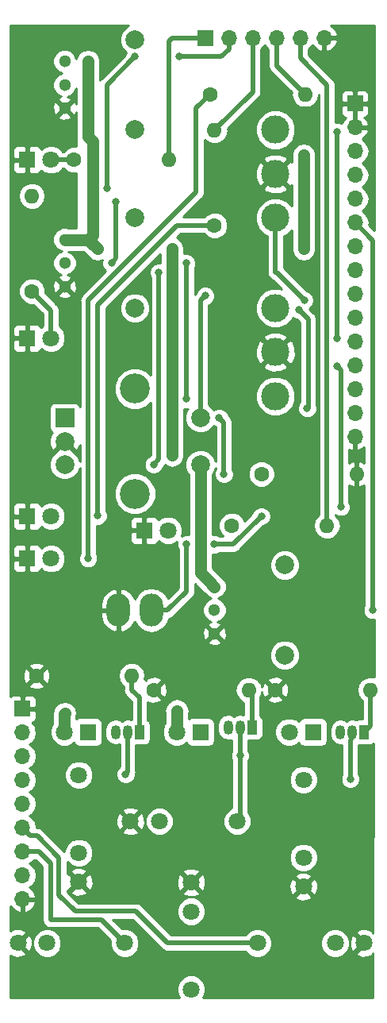
<source format=gbr>
G04 #@! TF.GenerationSoftware,KiCad,Pcbnew,(5.0.1)-3*
G04 #@! TF.CreationDate,2019-04-01T17:24:46+01:00*
G04 #@! TF.ProjectId,Fractional Clock divider PCB1 top board,4672616374696F6E616C20436C6F636B,rev?*
G04 #@! TF.SameCoordinates,Original*
G04 #@! TF.FileFunction,Copper,L2,Bot,Signal*
G04 #@! TF.FilePolarity,Positive*
%FSLAX46Y46*%
G04 Gerber Fmt 4.6, Leading zero omitted, Abs format (unit mm)*
G04 Created by KiCad (PCBNEW (5.0.1)-3) date 01/04/2019 17:24:46*
%MOMM*%
%LPD*%
G01*
G04 APERTURE LIST*
G04 #@! TA.AperFunction,ComponentPad*
%ADD10C,1.800000*%
G04 #@! TD*
G04 #@! TA.AperFunction,ComponentPad*
%ADD11C,2.000000*%
G04 #@! TD*
G04 #@! TA.AperFunction,ComponentPad*
%ADD12C,1.300000*%
G04 #@! TD*
G04 #@! TA.AperFunction,ComponentPad*
%ADD13C,1.600000*%
G04 #@! TD*
G04 #@! TA.AperFunction,ComponentPad*
%ADD14O,1.600000X1.600000*%
G04 #@! TD*
G04 #@! TA.AperFunction,ComponentPad*
%ADD15R,1.800000X1.800000*%
G04 #@! TD*
G04 #@! TA.AperFunction,ComponentPad*
%ADD16R,1.700000X1.700000*%
G04 #@! TD*
G04 #@! TA.AperFunction,ComponentPad*
%ADD17O,1.700000X1.700000*%
G04 #@! TD*
G04 #@! TA.AperFunction,ComponentPad*
%ADD18O,1.050000X1.500000*%
G04 #@! TD*
G04 #@! TA.AperFunction,ComponentPad*
%ADD19R,1.050000X1.500000*%
G04 #@! TD*
G04 #@! TA.AperFunction,ComponentPad*
%ADD20C,3.000000*%
G04 #@! TD*
G04 #@! TA.AperFunction,ComponentPad*
%ADD21R,2.000000X2.000000*%
G04 #@! TD*
G04 #@! TA.AperFunction,ComponentPad*
%ADD22C,3.200000*%
G04 #@! TD*
G04 #@! TA.AperFunction,ComponentPad*
%ADD23O,2.500000X3.500000*%
G04 #@! TD*
G04 #@! TA.AperFunction,ViaPad*
%ADD24C,1.200000*%
G04 #@! TD*
G04 #@! TA.AperFunction,ViaPad*
%ADD25C,0.800000*%
G04 #@! TD*
G04 #@! TA.AperFunction,Conductor*
%ADD26C,0.500000*%
G04 #@! TD*
G04 #@! TA.AperFunction,Conductor*
%ADD27C,1.270000*%
G04 #@! TD*
G04 #@! TA.AperFunction,Conductor*
%ADD28C,0.254000*%
G04 #@! TD*
G04 APERTURE END LIST*
D10*
G04 #@! TO.P,CV_in1,3*
G04 #@! TO.N,/CVin_F*
X42080000Y-113500000D03*
G04 #@! TO.P,CV_in1,1*
G04 #@! TO.N,GND*
X53480000Y-113500000D03*
G04 #@! TO.P,CV_in1,2*
G04 #@! TO.N,Net-(CV_in1-Pad2)*
X50380000Y-113500000D03*
G04 #@! TD*
G04 #@! TO.P,Reset_In1,3*
G04 #@! TO.N,/Rin_F*
X35000000Y-118420000D03*
G04 #@! TO.P,Reset_In1,1*
G04 #@! TO.N,GND*
X35000000Y-107020000D03*
G04 #@! TO.P,Reset_In1,2*
G04 #@! TO.N,Net-(Reset_In1-Pad2)*
X35000000Y-110120000D03*
G04 #@! TD*
G04 #@! TO.P,Trigger/Clock_in1,3*
G04 #@! TO.N,/CLin_F*
X27920000Y-113500000D03*
G04 #@! TO.P,Trigger/Clock_in1,1*
G04 #@! TO.N,GND*
X16520000Y-113500000D03*
G04 #@! TO.P,Trigger/Clock_in1,2*
G04 #@! TO.N,Net-(Trigger/Clock_in1-Pad2)*
X19620000Y-113500000D03*
G04 #@! TD*
G04 #@! TO.P,DigiThruJack1,3*
G04 #@! TO.N,/OutT_F*
X47000000Y-96080000D03*
G04 #@! TO.P,DigiThruJack1,1*
G04 #@! TO.N,GND*
X47000000Y-107480000D03*
G04 #@! TO.P,DigiThruJack1,2*
G04 #@! TO.N,Net-(DigiThruJack1-Pad2)*
X47000000Y-104380000D03*
G04 #@! TD*
G04 #@! TO.P,CycleOutJack1,3*
G04 #@! TO.N,/OutC_F*
X39920000Y-100500000D03*
G04 #@! TO.P,CycleOutJack1,1*
G04 #@! TO.N,GND*
X28520000Y-100500000D03*
G04 #@! TO.P,CycleOutJack1,2*
G04 #@! TO.N,Net-(CycleOutJack1-Pad2)*
X31620000Y-100500000D03*
G04 #@! TD*
G04 #@! TO.P,DigiOutJack1,3*
G04 #@! TO.N,/OutM_F*
X23000000Y-95580000D03*
G04 #@! TO.P,DigiOutJack1,1*
G04 #@! TO.N,GND*
X23000000Y-106980000D03*
G04 #@! TO.P,DigiOutJack1,2*
G04 #@! TO.N,Net-(DigiOutJack1-Pad2)*
X23000000Y-103880000D03*
G04 #@! TD*
D11*
G04 #@! TO.P,RV1,*
G04 #@! TO.N,*
X29000000Y-26800000D03*
X29000000Y-17200000D03*
D12*
G04 #@! TO.P,RV1,3*
G04 #@! TO.N,GND*
X21500000Y-24500000D03*
G04 #@! TO.P,RV1,2*
G04 #@! TO.N,/Pot_Length_F*
X21500000Y-22000000D03*
G04 #@! TO.P,RV1,1*
G04 #@! TO.N,/+3_3V*
X21500000Y-19500000D03*
G04 #@! TD*
D11*
G04 #@! TO.P,RV2,*
G04 #@! TO.N,*
X45000000Y-82800000D03*
X45000000Y-73200000D03*
D12*
G04 #@! TO.P,RV2,3*
G04 #@! TO.N,GND*
X37500000Y-80500000D03*
G04 #@! TO.P,RV2,2*
G04 #@! TO.N,/Pot_CVamt_F*
X37500000Y-78000000D03*
G04 #@! TO.P,RV2,1*
G04 #@! TO.N,/+3_3V*
X37500000Y-75500000D03*
G04 #@! TD*
D11*
G04 #@! TO.P,RV3,*
G04 #@! TO.N,*
X29000000Y-45800000D03*
X29000000Y-36200000D03*
D12*
G04 #@! TO.P,RV3,3*
G04 #@! TO.N,GND*
X21500000Y-43500000D03*
G04 #@! TO.P,RV3,2*
G04 #@! TO.N,/Pot_Divisions_F*
X21500000Y-41000000D03*
G04 #@! TO.P,RV3,1*
G04 #@! TO.N,/+3_3V*
X21500000Y-38500000D03*
G04 #@! TD*
D13*
G04 #@! TO.P,R27,1*
G04 #@! TO.N,Net-(D14-Pad2)*
X39340000Y-69000000D03*
D14*
G04 #@! TO.P,R27,2*
G04 #@! TO.N,/LED_Sh_F*
X49500000Y-69000000D03*
G04 #@! TD*
D10*
G04 #@! TO.P,D3,2*
G04 #@! TO.N,+12V*
X33460000Y-91000000D03*
D15*
G04 #@! TO.P,D3,1*
G04 #@! TO.N,Net-(D3-Pad1)*
X36000000Y-91000000D03*
G04 #@! TD*
G04 #@! TO.P,D4,1*
G04 #@! TO.N,Net-(D4-Pad1)*
X24000000Y-91000000D03*
D10*
G04 #@! TO.P,D4,2*
G04 #@! TO.N,+12V*
X21460000Y-91000000D03*
G04 #@! TD*
G04 #@! TO.P,D5,2*
G04 #@! TO.N,+12V*
X45460000Y-91000000D03*
D15*
G04 #@! TO.P,D5,1*
G04 #@! TO.N,Net-(D5-Pad1)*
X48000000Y-91000000D03*
G04 #@! TD*
G04 #@! TO.P,D10,1*
G04 #@! TO.N,GND*
X17500000Y-30000000D03*
D10*
G04 #@! TO.P,D10,2*
G04 #@! TO.N,Net-(D10-Pad2)*
X20040000Y-30000000D03*
G04 #@! TD*
G04 #@! TO.P,D11,2*
G04 #@! TO.N,Net-(D11-Pad2)*
X20040000Y-49000000D03*
D15*
G04 #@! TO.P,D11,1*
G04 #@! TO.N,GND*
X17500000Y-49000000D03*
G04 #@! TD*
G04 #@! TO.P,D12,1*
G04 #@! TO.N,GND*
X17500000Y-68000000D03*
D10*
G04 #@! TO.P,D12,2*
G04 #@! TO.N,Net-(D12-Pad2)*
X20040000Y-68000000D03*
G04 #@! TD*
D15*
G04 #@! TO.P,D13,1*
G04 #@! TO.N,GND*
X17500000Y-72500000D03*
D10*
G04 #@! TO.P,D13,2*
G04 #@! TO.N,Net-(D13-Pad2)*
X20040000Y-72500000D03*
G04 #@! TD*
G04 #@! TO.P,D14,2*
G04 #@! TO.N,Net-(D14-Pad2)*
X32540000Y-69500000D03*
D15*
G04 #@! TO.P,D14,1*
G04 #@! TO.N,GND*
X30000000Y-69500000D03*
G04 #@! TD*
D16*
G04 #@! TO.P,J1,1*
G04 #@! TO.N,/LED_L_F*
X36500000Y-17000000D03*
D17*
G04 #@! TO.P,J1,2*
G04 #@! TO.N,/LED_D_F*
X39040000Y-17000000D03*
G04 #@! TO.P,J1,3*
G04 #@! TO.N,/Led_Shi_F*
X41580000Y-17000000D03*
G04 #@! TO.P,J1,4*
G04 #@! TO.N,/Led_ShCV_F*
X44120000Y-17000000D03*
G04 #@! TO.P,J1,5*
G04 #@! TO.N,/LED_Sh_F*
X46660000Y-17000000D03*
G04 #@! TO.P,J1,6*
G04 #@! TO.N,GND*
X49200000Y-17000000D03*
G04 #@! TD*
G04 #@! TO.P,J4,15*
G04 #@! TO.N,GND*
X52500000Y-59560000D03*
G04 #@! TO.P,J4,14*
G04 #@! TO.N,/SW_OutMode2_F*
X52500000Y-57020000D03*
G04 #@! TO.P,J4,13*
G04 #@! TO.N,/SW_OutMode1_F*
X52500000Y-54480000D03*
G04 #@! TO.P,J4,12*
G04 #@! TO.N,/SW_CVassgn_F*
X52500000Y-51940000D03*
G04 #@! TO.P,J4,11*
G04 #@! TO.N,/SW_DivEuc2_F*
X52500000Y-49400000D03*
G04 #@! TO.P,J4,10*
G04 #@! TO.N,/SW_DivEuc1_F*
X52500000Y-46860000D03*
G04 #@! TO.P,J4,9*
G04 #@! TO.N,/EncoderSw_F*
X52500000Y-44320000D03*
G04 #@! TO.P,J4,8*
G04 #@! TO.N,/EncoderB_F*
X52500000Y-41780000D03*
G04 #@! TO.P,J4,7*
G04 #@! TO.N,/EncoderA_F*
X52500000Y-39240000D03*
G04 #@! TO.P,J4,6*
G04 #@! TO.N,/Pot_CVamt_F*
X52500000Y-36700000D03*
G04 #@! TO.P,J4,5*
G04 #@! TO.N,/Pot_Divisions_F*
X52500000Y-34160000D03*
G04 #@! TO.P,J4,4*
G04 #@! TO.N,/Pot_Length_F*
X52500000Y-31620000D03*
G04 #@! TO.P,J4,3*
G04 #@! TO.N,/+3_3V*
X52500000Y-29080000D03*
G04 #@! TO.P,J4,2*
G04 #@! TO.N,GND*
X52500000Y-26540000D03*
D16*
G04 #@! TO.P,J4,1*
X52500000Y-24000000D03*
G04 #@! TD*
G04 #@! TO.P,J5,1*
G04 #@! TO.N,GND*
X17000000Y-88500000D03*
D17*
G04 #@! TO.P,J5,2*
G04 #@! TO.N,+12V*
X17000000Y-91040000D03*
G04 #@! TO.P,J5,3*
G04 #@! TO.N,/OutC_F*
X17000000Y-93580000D03*
G04 #@! TO.P,J5,4*
G04 #@! TO.N,/OutM_F*
X17000000Y-96120000D03*
G04 #@! TO.P,J5,5*
G04 #@! TO.N,/OutT_F*
X17000000Y-98660000D03*
G04 #@! TO.P,J5,6*
G04 #@! TO.N,/CVin_F*
X17000000Y-101200000D03*
G04 #@! TO.P,J5,7*
G04 #@! TO.N,/CLin_F*
X17000000Y-103740000D03*
G04 #@! TO.P,J5,8*
G04 #@! TO.N,/Rin_F*
X17000000Y-106280000D03*
G04 #@! TO.P,J5,9*
G04 #@! TO.N,GND*
X17000000Y-108820000D03*
G04 #@! TD*
D18*
G04 #@! TO.P,Q1,2*
G04 #@! TO.N,/OutC_F*
X40230000Y-90500000D03*
G04 #@! TO.P,Q1,3*
G04 #@! TO.N,Net-(D3-Pad1)*
X38960000Y-90500000D03*
D19*
G04 #@! TO.P,Q1,1*
G04 #@! TO.N,Net-(Q1-Pad1)*
X41500000Y-90500000D03*
G04 #@! TD*
D18*
G04 #@! TO.P,Q2,2*
G04 #@! TO.N,/OutM_F*
X28230000Y-91000000D03*
G04 #@! TO.P,Q2,3*
G04 #@! TO.N,Net-(D4-Pad1)*
X26960000Y-91000000D03*
D19*
G04 #@! TO.P,Q2,1*
G04 #@! TO.N,Net-(Q2-Pad1)*
X29500000Y-91000000D03*
G04 #@! TD*
G04 #@! TO.P,Q3,1*
G04 #@! TO.N,Net-(Q3-Pad1)*
X53500000Y-91000000D03*
D18*
G04 #@! TO.P,Q3,3*
G04 #@! TO.N,Net-(D5-Pad1)*
X50960000Y-91000000D03*
G04 #@! TO.P,Q3,2*
G04 #@! TO.N,/OutT_F*
X52230000Y-91000000D03*
G04 #@! TD*
D14*
G04 #@! TO.P,R10,2*
G04 #@! TO.N,Net-(Q1-Pad1)*
X41160000Y-86500000D03*
D13*
G04 #@! TO.P,R10,1*
G04 #@! TO.N,GND*
X31000000Y-86500000D03*
G04 #@! TD*
G04 #@! TO.P,R11,1*
G04 #@! TO.N,GND*
X18500000Y-85000000D03*
D14*
G04 #@! TO.P,R11,2*
G04 #@! TO.N,Net-(Q2-Pad1)*
X28660000Y-85000000D03*
G04 #@! TD*
G04 #@! TO.P,R12,2*
G04 #@! TO.N,Net-(Q3-Pad1)*
X54160000Y-86500000D03*
D13*
G04 #@! TO.P,R12,1*
G04 #@! TO.N,GND*
X44000000Y-86500000D03*
G04 #@! TD*
D14*
G04 #@! TO.P,R23,2*
G04 #@! TO.N,GND*
X52660000Y-63500000D03*
D13*
G04 #@! TO.P,R23,1*
G04 #@! TO.N,/EncoderSw_F*
X42500000Y-63500000D03*
G04 #@! TD*
D14*
G04 #@! TO.P,R24,2*
G04 #@! TO.N,/LED_L_F*
X32660000Y-30000000D03*
D13*
G04 #@! TO.P,R24,1*
G04 #@! TO.N,Net-(D10-Pad2)*
X22500000Y-30000000D03*
G04 #@! TD*
G04 #@! TO.P,R25,1*
G04 #@! TO.N,Net-(D11-Pad2)*
X18000000Y-44000000D03*
D14*
G04 #@! TO.P,R25,2*
G04 #@! TO.N,/LED_D_F*
X18000000Y-33840000D03*
G04 #@! TD*
G04 #@! TO.P,R26,2*
G04 #@! TO.N,/Led_Shi_F*
X37500000Y-26840000D03*
D13*
G04 #@! TO.P,R26,1*
G04 #@! TO.N,Net-(D12-Pad2)*
X37500000Y-37000000D03*
G04 #@! TD*
G04 #@! TO.P,R28,1*
G04 #@! TO.N,Net-(D13-Pad2)*
X37000000Y-23000000D03*
D14*
G04 #@! TO.P,R28,2*
G04 #@! TO.N,/Led_ShCV_F*
X47160000Y-23000000D03*
G04 #@! TD*
D20*
G04 #@! TO.P,SW1,3*
G04 #@! TO.N,/SW_DivEuc2_F*
X44000000Y-26800000D03*
G04 #@! TO.P,SW1,2*
G04 #@! TO.N,GND*
X44000000Y-31500000D03*
G04 #@! TO.P,SW1,1*
G04 #@! TO.N,/SW_DivEuc1_F*
X44000000Y-36200000D03*
G04 #@! TD*
D21*
G04 #@! TO.P,SW2,A*
G04 #@! TO.N,/EncoderA_F*
X21500000Y-57500000D03*
D11*
G04 #@! TO.P,SW2,C*
G04 #@! TO.N,GND*
X21500000Y-60000000D03*
G04 #@! TO.P,SW2,B*
G04 #@! TO.N,/EncoderB_F*
X21500000Y-62500000D03*
D22*
G04 #@! TO.P,SW2,*
G04 #@! TO.N,*
X29000000Y-54400000D03*
X29000000Y-65600000D03*
D11*
G04 #@! TO.P,SW2,S2*
G04 #@! TO.N,/EncoderSw_F*
X36000000Y-57500000D03*
G04 #@! TO.P,SW2,S1*
G04 #@! TO.N,/+3_3V*
X36000000Y-62500000D03*
G04 #@! TD*
D23*
G04 #@! TO.P,SW3,1*
G04 #@! TO.N,GND*
X27250000Y-78000000D03*
G04 #@! TO.P,SW3,2*
G04 #@! TO.N,/SW_CVassgn_F*
X30750000Y-78000000D03*
G04 #@! TD*
D20*
G04 #@! TO.P,SW4,1*
G04 #@! TO.N,/SW_OutMode1_F*
X44000000Y-55200000D03*
G04 #@! TO.P,SW4,2*
G04 #@! TO.N,GND*
X44000000Y-50500000D03*
G04 #@! TO.P,SW4,3*
G04 #@! TO.N,/SW_OutMode2_F*
X44000000Y-45800000D03*
G04 #@! TD*
D24*
G04 #@! TO.N,+12V*
X33500000Y-88714990D03*
X21500000Y-89000000D03*
D25*
G04 #@! TO.N,/OutC_F*
X40230000Y-93500000D03*
D24*
G04 #@! TO.N,/+3_3V*
X47000000Y-39500000D03*
X25000000Y-39500000D03*
X24000000Y-19500000D03*
X33000000Y-61500000D03*
X33000000Y-39500000D03*
X47000000Y-29500000D03*
D25*
G04 #@! TO.N,/LED_D_F*
X33710000Y-19000000D03*
X29000000Y-19000000D03*
X26000000Y-33000000D03*
G04 #@! TO.N,/OutM_F*
X28000000Y-95500000D03*
G04 #@! TO.N,/OutT_F*
X52000000Y-96000000D03*
G04 #@! TO.N,/SW_OutMode2_F*
X46500000Y-46000000D03*
X47399999Y-56500000D03*
G04 #@! TO.N,/SW_CVassgn_F*
X50550000Y-52000000D03*
X51000000Y-67000000D03*
X42500000Y-68000000D03*
X37500000Y-71000000D03*
X34500000Y-71000000D03*
G04 #@! TO.N,/SW_DivEuc2_F*
X50550000Y-49000000D03*
X50550000Y-27000000D03*
G04 #@! TO.N,/SW_DivEuc1_F*
X47111039Y-44967219D03*
G04 #@! TO.N,/EncoderSw_F*
X38500000Y-63500000D03*
X38000000Y-57500000D03*
X36500000Y-44500000D03*
G04 #@! TO.N,/EncoderB_F*
X31565000Y-42000000D03*
X31000000Y-62500000D03*
G04 #@! TO.N,/EncoderA_F*
X34500000Y-41000000D03*
X34500000Y-55500000D03*
G04 #@! TO.N,/Pot_CVamt_F*
X54375000Y-78000000D03*
G04 #@! TO.N,/Pot_Divisions_F*
X26500000Y-41000000D03*
X27000000Y-34500000D03*
G04 #@! TO.N,Net-(D12-Pad2)*
X25050000Y-67949999D03*
G04 #@! TO.N,Net-(D13-Pad2)*
X24000000Y-72500000D03*
G04 #@! TD*
D26*
G04 #@! TO.N,+12V*
X45500000Y-90960000D02*
X45460000Y-91000000D01*
D27*
X33460000Y-91000000D02*
X33460000Y-88754990D01*
X33460000Y-88754990D02*
X33500000Y-88714990D01*
X21460000Y-91000000D02*
X21460000Y-89040000D01*
X21460000Y-89040000D02*
X21500000Y-89000000D01*
D26*
G04 #@! TO.N,/CVin_F*
X29099990Y-110099990D02*
X32500000Y-113500000D01*
X17849999Y-102049999D02*
X18549999Y-102049999D01*
X18549999Y-102049999D02*
X20900010Y-104400010D01*
X32500000Y-113500000D02*
X42080000Y-113500000D01*
X20900010Y-104400010D02*
X20900010Y-108400010D01*
X20900010Y-108400010D02*
X22599990Y-110099990D01*
X22599990Y-110099990D02*
X29099990Y-110099990D01*
X17000000Y-101200000D02*
X17849999Y-102049999D01*
G04 #@! TO.N,/OutC_F*
X40230000Y-100190000D02*
X39920000Y-100500000D01*
X40230000Y-90500000D02*
X40230000Y-93500000D01*
X40230000Y-93500000D02*
X40230000Y-100190000D01*
D27*
G04 #@! TO.N,/+3_3V*
X24000000Y-38500000D02*
X25000000Y-39500000D01*
X21500000Y-38500000D02*
X24000000Y-38500000D01*
X33000000Y-61500000D02*
X33000000Y-39500000D01*
X36850001Y-74850001D02*
X37500000Y-75500000D01*
X36000000Y-74000000D02*
X36850001Y-74850001D01*
X36000000Y-62500000D02*
X36000000Y-74000000D01*
X47000000Y-29500000D02*
X47000000Y-34000000D01*
X47000000Y-33500000D02*
X47000000Y-34000000D01*
X47000000Y-34000000D02*
X47000000Y-39500000D01*
X24000000Y-19500000D02*
X24000000Y-27500000D01*
X24000000Y-27500000D02*
X24500000Y-28000000D01*
X24500000Y-38000000D02*
X24000000Y-38500000D01*
X24500000Y-28000000D02*
X24500000Y-38000000D01*
D26*
G04 #@! TO.N,/LED_L_F*
X36500000Y-17000000D02*
X33000000Y-17000000D01*
X32660000Y-17340000D02*
X32660000Y-30000000D01*
X33000000Y-17000000D02*
X32660000Y-17340000D01*
G04 #@! TO.N,/LED_D_F*
X38242081Y-19000000D02*
X33710000Y-19000000D01*
X39040000Y-17000000D02*
X39040000Y-18202081D01*
X39040000Y-18202081D02*
X38242081Y-19000000D01*
X26000000Y-27357998D02*
X26000000Y-33000000D01*
X29000000Y-19000000D02*
X26000000Y-22000000D01*
X26000000Y-22000000D02*
X26000000Y-27357998D01*
G04 #@! TO.N,/Led_Shi_F*
X41500000Y-16580000D02*
X41580000Y-16500000D01*
X41580000Y-22760000D02*
X37500000Y-26840000D01*
X41580000Y-17000000D02*
X41580000Y-22760000D01*
G04 #@! TO.N,/Led_ShCV_F*
X44120000Y-19960000D02*
X47160000Y-23000000D01*
X44120000Y-17000000D02*
X44120000Y-19960000D01*
G04 #@! TO.N,/LED_Sh_F*
X46660000Y-19160000D02*
X46660000Y-16500000D01*
X49500000Y-22000000D02*
X46660000Y-19160000D01*
X49500000Y-69000000D02*
X49500000Y-22000000D01*
G04 #@! TO.N,/OutM_F*
X28230000Y-91000000D02*
X28230000Y-95270000D01*
X28230000Y-95270000D02*
X28000000Y-95500000D01*
G04 #@! TO.N,/OutT_F*
X52230000Y-91616715D02*
X52230000Y-91000000D01*
X52000000Y-91846715D02*
X52230000Y-91616715D01*
X52000000Y-96000000D02*
X52000000Y-91846715D01*
G04 #@! TO.N,/SW_OutMode2_F*
X46500000Y-46000000D02*
X47500000Y-47000000D01*
X47500000Y-47000000D02*
X47500000Y-56399999D01*
X47500000Y-56399999D02*
X47399999Y-56500000D01*
G04 #@! TO.N,/SW_CVassgn_F*
X50550000Y-52000000D02*
X51000000Y-52450000D01*
X51000000Y-52450000D02*
X51000000Y-67000000D01*
X42500000Y-68000000D02*
X39500000Y-71000000D01*
X39500000Y-71000000D02*
X37500000Y-71000000D01*
X32500000Y-78000000D02*
X30750000Y-78000000D01*
X34500000Y-76000000D02*
X32500000Y-78000000D01*
X34500000Y-71000000D02*
X34500000Y-76000000D01*
G04 #@! TO.N,/SW_DivEuc2_F*
X50550000Y-49000000D02*
X50550000Y-27000000D01*
G04 #@! TO.N,/SW_DivEuc1_F*
X44000000Y-42000000D02*
X44000000Y-36200000D01*
X44143820Y-42000000D02*
X44000000Y-42000000D01*
X47111039Y-44967219D02*
X44143820Y-42000000D01*
G04 #@! TO.N,/EncoderSw_F*
X38500000Y-63500000D02*
X38500000Y-58000000D01*
X38500000Y-58000000D02*
X38000000Y-57500000D01*
X36000000Y-45000000D02*
X36000000Y-57500000D01*
X36500000Y-44500000D02*
X36000000Y-45000000D01*
G04 #@! TO.N,/EncoderB_F*
X31565000Y-42000000D02*
X31565000Y-61935000D01*
X31565000Y-61935000D02*
X31000000Y-62500000D01*
G04 #@! TO.N,/EncoderA_F*
X34500000Y-41000000D02*
X34500000Y-55500000D01*
G04 #@! TO.N,/Pot_CVamt_F*
X54375000Y-38575000D02*
X52500000Y-36700000D01*
X54375000Y-78000000D02*
X54375000Y-38575000D01*
G04 #@! TO.N,/Pot_Divisions_F*
X27000000Y-40500000D02*
X26500000Y-41000000D01*
X27000000Y-40500000D02*
X27000000Y-34500000D01*
G04 #@! TO.N,/CLin_F*
X25420000Y-111000000D02*
X27920000Y-113500000D01*
X20000000Y-111000000D02*
X25420000Y-111000000D01*
X20000000Y-105000000D02*
X20000000Y-111000000D01*
X17000000Y-103740000D02*
X18740000Y-103740000D01*
X18740000Y-103740000D02*
X20000000Y-105000000D01*
G04 #@! TO.N,Net-(Q1-Pad1)*
X41500000Y-86840000D02*
X41500000Y-90500000D01*
X41160000Y-86500000D02*
X41500000Y-86840000D01*
G04 #@! TO.N,Net-(Q2-Pad1)*
X29500000Y-87340000D02*
X29500000Y-91000000D01*
X28660000Y-86500000D02*
X29500000Y-87340000D01*
X28660000Y-86500000D02*
X28660000Y-85000000D01*
G04 #@! TO.N,Net-(Q3-Pad1)*
X54160000Y-90340000D02*
X53500000Y-91000000D01*
X54160000Y-86500000D02*
X54160000Y-90340000D01*
G04 #@! TO.N,Net-(D10-Pad2)*
X22500000Y-30000000D02*
X20040000Y-30000000D01*
G04 #@! TO.N,Net-(D11-Pad2)*
X20040000Y-46040000D02*
X20040000Y-49000000D01*
X18000000Y-44000000D02*
X20040000Y-46040000D01*
G04 #@! TO.N,Net-(D12-Pad2)*
X37500000Y-37000000D02*
X33500000Y-37000000D01*
X33500000Y-37000000D02*
X25000000Y-45500000D01*
X25050000Y-45550000D02*
X25050000Y-67949999D01*
X25000000Y-45500000D02*
X25050000Y-45550000D01*
G04 #@! TO.N,Net-(D13-Pad2)*
X35550001Y-24449999D02*
X35550001Y-33449999D01*
X37000000Y-23000000D02*
X35550001Y-24449999D01*
X24000000Y-45000000D02*
X24000000Y-72500000D01*
X35550001Y-33449999D02*
X24000000Y-45000000D01*
G04 #@! TD*
D28*
G04 #@! TO.N,GND*
G36*
X28073847Y-15813914D02*
X27613914Y-16273847D01*
X27365000Y-16874778D01*
X27365000Y-17525222D01*
X27613914Y-18126153D01*
X28057814Y-18570053D01*
X27972569Y-18775852D01*
X25435847Y-21312575D01*
X25361951Y-21361951D01*
X25270000Y-21499565D01*
X25270000Y-19374920D01*
X25196313Y-19004471D01*
X24915618Y-18584382D01*
X24495528Y-18303687D01*
X24000000Y-18205120D01*
X23504471Y-18303687D01*
X23084382Y-18584382D01*
X22803687Y-19004472D01*
X22765383Y-19197038D01*
X22589371Y-18772106D01*
X22227894Y-18410629D01*
X21755602Y-18215000D01*
X21244398Y-18215000D01*
X20772106Y-18410629D01*
X20410629Y-18772106D01*
X20215000Y-19244398D01*
X20215000Y-19755602D01*
X20410629Y-20227894D01*
X20772106Y-20589371D01*
X21159900Y-20750000D01*
X20772106Y-20910629D01*
X20410629Y-21272106D01*
X20215000Y-21744398D01*
X20215000Y-22255602D01*
X20410629Y-22727894D01*
X20772106Y-23089371D01*
X21143408Y-23243169D01*
X20836271Y-23370389D01*
X20780590Y-23600984D01*
X21500000Y-24320395D01*
X22219410Y-23600984D01*
X22163729Y-23370389D01*
X21829906Y-23254223D01*
X22227894Y-23089371D01*
X22589371Y-22727894D01*
X22730000Y-22388384D01*
X22730000Y-24078632D01*
X22629611Y-23836271D01*
X22399016Y-23780590D01*
X21679605Y-24500000D01*
X22399016Y-25219410D01*
X22629611Y-25163729D01*
X22730000Y-24875244D01*
X22730000Y-28565000D01*
X22214561Y-28565000D01*
X21687138Y-28783466D01*
X21355604Y-29115000D01*
X21325817Y-29115000D01*
X20909507Y-28698690D01*
X20345330Y-28465000D01*
X19734670Y-28465000D01*
X19170493Y-28698690D01*
X18994139Y-28875044D01*
X18938327Y-28740301D01*
X18759698Y-28561673D01*
X18526309Y-28465000D01*
X17785750Y-28465000D01*
X17627000Y-28623750D01*
X17627000Y-29873000D01*
X17647000Y-29873000D01*
X17647000Y-30127000D01*
X17627000Y-30127000D01*
X17627000Y-31376250D01*
X17785750Y-31535000D01*
X18526309Y-31535000D01*
X18759698Y-31438327D01*
X18938327Y-31259699D01*
X18994139Y-31124956D01*
X19170493Y-31301310D01*
X19734670Y-31535000D01*
X20345330Y-31535000D01*
X20909507Y-31301310D01*
X21325817Y-30885000D01*
X21355604Y-30885000D01*
X21687138Y-31216534D01*
X22214561Y-31435000D01*
X22730001Y-31435000D01*
X22730001Y-37230000D01*
X21791815Y-37230000D01*
X21755602Y-37215000D01*
X21244398Y-37215000D01*
X21054140Y-37293807D01*
X21004471Y-37303687D01*
X20962365Y-37331822D01*
X20772106Y-37410629D01*
X20626486Y-37556249D01*
X20584382Y-37584382D01*
X20556249Y-37626486D01*
X20410629Y-37772106D01*
X20331822Y-37962365D01*
X20303687Y-38004471D01*
X20293807Y-38054140D01*
X20215000Y-38244398D01*
X20215000Y-38450330D01*
X20205120Y-38500000D01*
X20215000Y-38549670D01*
X20215000Y-38755602D01*
X20293807Y-38945860D01*
X20303687Y-38995529D01*
X20331822Y-39037635D01*
X20410629Y-39227894D01*
X20556249Y-39373514D01*
X20584382Y-39415618D01*
X20626486Y-39443751D01*
X20772106Y-39589371D01*
X20962365Y-39668178D01*
X21004471Y-39696313D01*
X21054140Y-39706193D01*
X21159900Y-39750000D01*
X20772106Y-39910629D01*
X20410629Y-40272106D01*
X20215000Y-40744398D01*
X20215000Y-41255602D01*
X20410629Y-41727894D01*
X20772106Y-42089371D01*
X21143408Y-42243169D01*
X20836271Y-42370389D01*
X20780590Y-42600984D01*
X21500000Y-43320395D01*
X22219410Y-42600984D01*
X22163729Y-42370389D01*
X21829906Y-42254223D01*
X22227894Y-42089371D01*
X22589371Y-41727894D01*
X22785000Y-41255602D01*
X22785000Y-40744398D01*
X22589371Y-40272106D01*
X22227894Y-39910629D01*
X21888384Y-39770000D01*
X23473950Y-39770000D01*
X24190419Y-40486470D01*
X24504471Y-40696313D01*
X25000000Y-40794879D01*
X25495529Y-40696313D01*
X25509337Y-40687087D01*
X25465000Y-40794126D01*
X25465000Y-41205874D01*
X25622569Y-41586280D01*
X25892355Y-41856066D01*
X23435847Y-44312575D01*
X23361951Y-44361951D01*
X23166348Y-44654691D01*
X23115000Y-44912836D01*
X23115000Y-44912839D01*
X23097663Y-45000000D01*
X23115000Y-45087161D01*
X23115000Y-56336913D01*
X23098157Y-56252235D01*
X22957809Y-56042191D01*
X22747765Y-55901843D01*
X22500000Y-55852560D01*
X20500000Y-55852560D01*
X20252235Y-55901843D01*
X20042191Y-56042191D01*
X19901843Y-56252235D01*
X19852560Y-56500000D01*
X19852560Y-58500000D01*
X19901843Y-58747765D01*
X20042191Y-58957809D01*
X20217671Y-59075062D01*
X20080613Y-59125736D01*
X19854092Y-59735461D01*
X19878144Y-60385460D01*
X20080613Y-60874264D01*
X20347468Y-60972927D01*
X21320395Y-60000000D01*
X21306253Y-59985858D01*
X21485858Y-59806253D01*
X21500000Y-59820395D01*
X21514143Y-59806253D01*
X21693748Y-59985858D01*
X21679605Y-60000000D01*
X22652532Y-60972927D01*
X22919387Y-60874264D01*
X23115001Y-60347732D01*
X23115001Y-62126494D01*
X22886086Y-61573847D01*
X22470725Y-61158486D01*
X22472927Y-61152532D01*
X21500000Y-60179605D01*
X20527073Y-61152532D01*
X20529275Y-61158486D01*
X20113914Y-61573847D01*
X19865000Y-62174778D01*
X19865000Y-62825222D01*
X20113914Y-63426153D01*
X20573847Y-63886086D01*
X21174778Y-64135000D01*
X21825222Y-64135000D01*
X22426153Y-63886086D01*
X22886086Y-63426153D01*
X23115001Y-62873506D01*
X23115001Y-71931991D01*
X22965000Y-72294126D01*
X22965000Y-72705874D01*
X23122569Y-73086280D01*
X23413720Y-73377431D01*
X23794126Y-73535000D01*
X24205874Y-73535000D01*
X24586280Y-73377431D01*
X24877431Y-73086280D01*
X25035000Y-72705874D01*
X25035000Y-72294126D01*
X24885000Y-71931993D01*
X24885000Y-69785750D01*
X28465000Y-69785750D01*
X28465000Y-70526310D01*
X28561673Y-70759699D01*
X28740302Y-70938327D01*
X28973691Y-71035000D01*
X29714250Y-71035000D01*
X29873000Y-70876250D01*
X29873000Y-69627000D01*
X28623750Y-69627000D01*
X28465000Y-69785750D01*
X24885000Y-69785750D01*
X24885000Y-68984999D01*
X25255874Y-68984999D01*
X25636280Y-68827430D01*
X25927431Y-68536279D01*
X25953356Y-68473690D01*
X28465000Y-68473690D01*
X28465000Y-69214250D01*
X28623750Y-69373000D01*
X29873000Y-69373000D01*
X29873000Y-68123750D01*
X29714250Y-67965000D01*
X28973691Y-67965000D01*
X28740302Y-68061673D01*
X28561673Y-68240301D01*
X28465000Y-68473690D01*
X25953356Y-68473690D01*
X26085000Y-68155873D01*
X26085000Y-67744125D01*
X25935000Y-67381992D01*
X25935000Y-65155431D01*
X26765000Y-65155431D01*
X26765000Y-66044569D01*
X27105259Y-66866026D01*
X27733974Y-67494741D01*
X28555431Y-67835000D01*
X29444569Y-67835000D01*
X30266026Y-67494741D01*
X30894741Y-66866026D01*
X31235000Y-66044569D01*
X31235000Y-65155431D01*
X30894741Y-64333974D01*
X30266026Y-63705259D01*
X29444569Y-63365000D01*
X28555431Y-63365000D01*
X27733974Y-63705259D01*
X27105259Y-64333974D01*
X26765000Y-65155431D01*
X25935000Y-65155431D01*
X25935000Y-45816578D01*
X26276800Y-45474778D01*
X27365000Y-45474778D01*
X27365000Y-46125222D01*
X27613914Y-46726153D01*
X28073847Y-47186086D01*
X28674778Y-47435000D01*
X29325222Y-47435000D01*
X29926153Y-47186086D01*
X30386086Y-46726153D01*
X30635000Y-46125222D01*
X30635000Y-45474778D01*
X30386086Y-44873847D01*
X29926153Y-44413914D01*
X29325222Y-44165000D01*
X28674778Y-44165000D01*
X28073847Y-44413914D01*
X27613914Y-44873847D01*
X27365000Y-45474778D01*
X26276800Y-45474778D01*
X31730001Y-40021578D01*
X31730001Y-40965000D01*
X31359126Y-40965000D01*
X30978720Y-41122569D01*
X30687569Y-41413720D01*
X30530000Y-41794126D01*
X30530000Y-42205874D01*
X30680000Y-42568007D01*
X30680001Y-52919234D01*
X30266026Y-52505259D01*
X29444569Y-52165000D01*
X28555431Y-52165000D01*
X27733974Y-52505259D01*
X27105259Y-53133974D01*
X26765000Y-53955431D01*
X26765000Y-54844569D01*
X27105259Y-55666026D01*
X27733974Y-56294741D01*
X28555431Y-56635000D01*
X29444569Y-56635000D01*
X30266026Y-56294741D01*
X30680001Y-55880766D01*
X30680001Y-61512272D01*
X30413720Y-61622569D01*
X30122569Y-61913720D01*
X29965000Y-62294126D01*
X29965000Y-62705874D01*
X30122569Y-63086280D01*
X30413720Y-63377431D01*
X30794126Y-63535000D01*
X31205874Y-63535000D01*
X31586280Y-63377431D01*
X31877431Y-63086280D01*
X32027431Y-62724148D01*
X32129155Y-62622423D01*
X32203049Y-62573049D01*
X32239145Y-62519028D01*
X32504471Y-62696313D01*
X33000000Y-62794880D01*
X33495528Y-62696313D01*
X33915618Y-62415618D01*
X34196313Y-61995529D01*
X34270000Y-61625080D01*
X34270000Y-56525007D01*
X34294126Y-56535000D01*
X34652761Y-56535000D01*
X34613914Y-56573847D01*
X34365000Y-57174778D01*
X34365000Y-57825222D01*
X34613914Y-58426153D01*
X35073847Y-58886086D01*
X35674778Y-59135000D01*
X36325222Y-59135000D01*
X36926153Y-58886086D01*
X37386086Y-58426153D01*
X37408450Y-58372161D01*
X37413720Y-58377431D01*
X37615001Y-58460804D01*
X37615000Y-62126494D01*
X37386086Y-61573847D01*
X36926153Y-61113914D01*
X36325222Y-60865000D01*
X35674778Y-60865000D01*
X35073847Y-61113914D01*
X34613914Y-61573847D01*
X34365000Y-62174778D01*
X34365000Y-62825222D01*
X34613914Y-63426153D01*
X34730000Y-63542239D01*
X34730001Y-69974994D01*
X34705874Y-69965000D01*
X34294126Y-69965000D01*
X33949783Y-70107631D01*
X34075000Y-69805330D01*
X34075000Y-69194670D01*
X33841310Y-68630493D01*
X33409507Y-68198690D01*
X32845330Y-67965000D01*
X32234670Y-67965000D01*
X31670493Y-68198690D01*
X31494139Y-68375044D01*
X31438327Y-68240301D01*
X31259698Y-68061673D01*
X31026309Y-67965000D01*
X30285750Y-67965000D01*
X30127000Y-68123750D01*
X30127000Y-69373000D01*
X30147000Y-69373000D01*
X30147000Y-69627000D01*
X30127000Y-69627000D01*
X30127000Y-70876250D01*
X30285750Y-71035000D01*
X31026309Y-71035000D01*
X31259698Y-70938327D01*
X31438327Y-70759699D01*
X31494139Y-70624956D01*
X31670493Y-70801310D01*
X32234670Y-71035000D01*
X32845330Y-71035000D01*
X33409507Y-70801310D01*
X33499160Y-70711657D01*
X33465000Y-70794126D01*
X33465000Y-71205874D01*
X33615000Y-71568007D01*
X33615001Y-75633420D01*
X32508921Y-76739501D01*
X32109009Y-76140991D01*
X31485489Y-75724369D01*
X30750000Y-75578071D01*
X30014510Y-75724369D01*
X29390991Y-76140991D01*
X28974369Y-76764511D01*
X28972841Y-76772195D01*
X28942912Y-76661309D01*
X28493094Y-76077301D01*
X27854026Y-75709886D01*
X27669645Y-75662305D01*
X27377000Y-75778428D01*
X27377000Y-77873000D01*
X27397000Y-77873000D01*
X27397000Y-78127000D01*
X27377000Y-78127000D01*
X27377000Y-80221572D01*
X27669645Y-80337695D01*
X27854026Y-80290114D01*
X28493094Y-79922699D01*
X28942912Y-79338691D01*
X28972840Y-79227805D01*
X28974369Y-79235490D01*
X29390992Y-79859009D01*
X30014511Y-80275631D01*
X30750000Y-80421929D01*
X31267067Y-80319078D01*
X36202378Y-80319078D01*
X36231917Y-80829428D01*
X36370389Y-81163729D01*
X36600984Y-81219410D01*
X37320395Y-80500000D01*
X37679605Y-80500000D01*
X38399016Y-81219410D01*
X38629611Y-81163729D01*
X38797622Y-80680922D01*
X38768083Y-80170572D01*
X38629611Y-79836271D01*
X38399016Y-79780590D01*
X37679605Y-80500000D01*
X37320395Y-80500000D01*
X36600984Y-79780590D01*
X36370389Y-79836271D01*
X36202378Y-80319078D01*
X31267067Y-80319078D01*
X31485490Y-80275631D01*
X32109009Y-79859009D01*
X32525631Y-79235490D01*
X32595685Y-78883305D01*
X32845310Y-78833652D01*
X33138049Y-78638049D01*
X33187425Y-78564153D01*
X35064156Y-76687423D01*
X35138049Y-76638049D01*
X35333652Y-76345310D01*
X35385000Y-76087165D01*
X35385000Y-76087161D01*
X35402337Y-76000001D01*
X35385000Y-75912841D01*
X35385000Y-75181050D01*
X36040420Y-75836471D01*
X36040423Y-75836473D01*
X36395628Y-76191678D01*
X36410629Y-76227894D01*
X36772106Y-76589371D01*
X36962366Y-76668179D01*
X37004470Y-76696312D01*
X37054136Y-76706191D01*
X37159900Y-76750000D01*
X36772106Y-76910629D01*
X36410629Y-77272106D01*
X36215000Y-77744398D01*
X36215000Y-78255602D01*
X36410629Y-78727894D01*
X36772106Y-79089371D01*
X37143408Y-79243169D01*
X36836271Y-79370389D01*
X36780590Y-79600984D01*
X37500000Y-80320395D01*
X38219410Y-79600984D01*
X38163729Y-79370389D01*
X37829906Y-79254223D01*
X38227894Y-79089371D01*
X38589371Y-78727894D01*
X38785000Y-78255602D01*
X38785000Y-77744398D01*
X38589371Y-77272106D01*
X38227894Y-76910629D01*
X37840100Y-76750000D01*
X37945866Y-76706190D01*
X37995528Y-76696312D01*
X38037629Y-76668181D01*
X38227894Y-76589371D01*
X38373514Y-76443751D01*
X38415618Y-76415618D01*
X38443751Y-76373514D01*
X38589371Y-76227894D01*
X38668181Y-76037629D01*
X38696312Y-75995528D01*
X38706190Y-75945866D01*
X38785000Y-75755602D01*
X38785000Y-75549664D01*
X38794879Y-75499999D01*
X38785000Y-75450334D01*
X38785000Y-75244398D01*
X38706191Y-75054136D01*
X38696312Y-75004470D01*
X38668179Y-74962366D01*
X38589371Y-74772106D01*
X38227894Y-74410629D01*
X38191678Y-74395628D01*
X37836473Y-74040423D01*
X37836471Y-74040420D01*
X37270000Y-73473950D01*
X37270000Y-72874778D01*
X43365000Y-72874778D01*
X43365000Y-73525222D01*
X43613914Y-74126153D01*
X44073847Y-74586086D01*
X44674778Y-74835000D01*
X45325222Y-74835000D01*
X45926153Y-74586086D01*
X46386086Y-74126153D01*
X46635000Y-73525222D01*
X46635000Y-72874778D01*
X46386086Y-72273847D01*
X45926153Y-71813914D01*
X45325222Y-71565000D01*
X44674778Y-71565000D01*
X44073847Y-71813914D01*
X43613914Y-72273847D01*
X43365000Y-72874778D01*
X37270000Y-72874778D01*
X37270000Y-72025007D01*
X37294126Y-72035000D01*
X37705874Y-72035000D01*
X38068007Y-71885000D01*
X39412839Y-71885000D01*
X39500000Y-71902337D01*
X39587161Y-71885000D01*
X39587165Y-71885000D01*
X39845310Y-71833652D01*
X40138049Y-71638049D01*
X40187425Y-71564153D01*
X42724148Y-69027431D01*
X43086280Y-68877431D01*
X43377431Y-68586280D01*
X43535000Y-68205874D01*
X43535000Y-67794126D01*
X43377431Y-67413720D01*
X43086280Y-67122569D01*
X42705874Y-66965000D01*
X42294126Y-66965000D01*
X41913720Y-67122569D01*
X41622569Y-67413720D01*
X41472569Y-67775852D01*
X40704372Y-68544050D01*
X40556534Y-68187138D01*
X40152862Y-67783466D01*
X39625439Y-67565000D01*
X39054561Y-67565000D01*
X38527138Y-67783466D01*
X38123466Y-68187138D01*
X37905000Y-68714561D01*
X37905000Y-69285439D01*
X38123466Y-69812862D01*
X38425604Y-70115000D01*
X38068007Y-70115000D01*
X37705874Y-69965000D01*
X37294126Y-69965000D01*
X37270000Y-69974993D01*
X37270000Y-63542239D01*
X37386086Y-63426153D01*
X37615000Y-62873506D01*
X37615000Y-62931993D01*
X37465000Y-63294126D01*
X37465000Y-63705874D01*
X37622569Y-64086280D01*
X37913720Y-64377431D01*
X38294126Y-64535000D01*
X38705874Y-64535000D01*
X39086280Y-64377431D01*
X39377431Y-64086280D01*
X39535000Y-63705874D01*
X39535000Y-63294126D01*
X39502044Y-63214561D01*
X41065000Y-63214561D01*
X41065000Y-63785439D01*
X41283466Y-64312862D01*
X41687138Y-64716534D01*
X42214561Y-64935000D01*
X42785439Y-64935000D01*
X43312862Y-64716534D01*
X43716534Y-64312862D01*
X43935000Y-63785439D01*
X43935000Y-63214561D01*
X43716534Y-62687138D01*
X43312862Y-62283466D01*
X42785439Y-62065000D01*
X42214561Y-62065000D01*
X41687138Y-62283466D01*
X41283466Y-62687138D01*
X41065000Y-63214561D01*
X39502044Y-63214561D01*
X39385000Y-62931993D01*
X39385000Y-58087161D01*
X39402337Y-58000000D01*
X39385000Y-57912839D01*
X39385000Y-57912835D01*
X39333652Y-57654690D01*
X39138049Y-57361951D01*
X39064153Y-57312575D01*
X39027431Y-57275853D01*
X38877431Y-56913720D01*
X38586280Y-56622569D01*
X38205874Y-56465000D01*
X37794126Y-56465000D01*
X37413720Y-56622569D01*
X37408450Y-56627839D01*
X37386086Y-56573847D01*
X36926153Y-56113914D01*
X36885000Y-56096868D01*
X36885000Y-54775322D01*
X41865000Y-54775322D01*
X41865000Y-55624678D01*
X42190034Y-56409380D01*
X42790620Y-57009966D01*
X43575322Y-57335000D01*
X44424678Y-57335000D01*
X45209380Y-57009966D01*
X45809966Y-56409380D01*
X46135000Y-55624678D01*
X46135000Y-54775322D01*
X45809966Y-53990620D01*
X45209380Y-53390034D01*
X44424678Y-53065000D01*
X43575322Y-53065000D01*
X42790620Y-53390034D01*
X42190034Y-53990620D01*
X41865000Y-54775322D01*
X36885000Y-54775322D01*
X36885000Y-52013970D01*
X42665635Y-52013970D01*
X42825418Y-52332739D01*
X43616187Y-52642723D01*
X44465387Y-52626497D01*
X45174582Y-52332739D01*
X45334365Y-52013970D01*
X44000000Y-50679605D01*
X42665635Y-52013970D01*
X36885000Y-52013970D01*
X36885000Y-50116187D01*
X41857277Y-50116187D01*
X41873503Y-50965387D01*
X42167261Y-51674582D01*
X42486030Y-51834365D01*
X43820395Y-50500000D01*
X44179605Y-50500000D01*
X45513970Y-51834365D01*
X45832739Y-51674582D01*
X46142723Y-50883813D01*
X46126497Y-50034613D01*
X45832739Y-49325418D01*
X45513970Y-49165635D01*
X44179605Y-50500000D01*
X43820395Y-50500000D01*
X42486030Y-49165635D01*
X42167261Y-49325418D01*
X41857277Y-50116187D01*
X36885000Y-50116187D01*
X36885000Y-48986030D01*
X42665635Y-48986030D01*
X44000000Y-50320395D01*
X45334365Y-48986030D01*
X45174582Y-48667261D01*
X44383813Y-48357277D01*
X43534613Y-48373503D01*
X42825418Y-48667261D01*
X42665635Y-48986030D01*
X36885000Y-48986030D01*
X36885000Y-45460804D01*
X37086280Y-45377431D01*
X37377431Y-45086280D01*
X37535000Y-44705874D01*
X37535000Y-44294126D01*
X37377431Y-43913720D01*
X37086280Y-43622569D01*
X36705874Y-43465000D01*
X36294126Y-43465000D01*
X35913720Y-43622569D01*
X35622569Y-43913720D01*
X35472569Y-44275853D01*
X35435847Y-44312575D01*
X35385000Y-44346550D01*
X35385000Y-41568007D01*
X35535000Y-41205874D01*
X35535000Y-40794126D01*
X35377431Y-40413720D01*
X35086280Y-40122569D01*
X34705874Y-39965000D01*
X34294126Y-39965000D01*
X34270000Y-39974993D01*
X34270000Y-39374920D01*
X34196313Y-39004471D01*
X33915618Y-38584382D01*
X33495529Y-38303687D01*
X33455795Y-38295783D01*
X33866579Y-37885000D01*
X36355604Y-37885000D01*
X36687138Y-38216534D01*
X37214561Y-38435000D01*
X37785439Y-38435000D01*
X38312862Y-38216534D01*
X38716534Y-37812862D01*
X38935000Y-37285439D01*
X38935000Y-36714561D01*
X38716534Y-36187138D01*
X38312862Y-35783466D01*
X38293201Y-35775322D01*
X41865000Y-35775322D01*
X41865000Y-36624678D01*
X42190034Y-37409380D01*
X42790620Y-38009966D01*
X43115001Y-38144329D01*
X43115000Y-41912835D01*
X43097662Y-42000000D01*
X43166348Y-42345310D01*
X43361951Y-42638049D01*
X43654690Y-42833652D01*
X43740020Y-42850625D01*
X43743574Y-42851332D01*
X44650978Y-43758737D01*
X44424678Y-43665000D01*
X43575322Y-43665000D01*
X42790620Y-43990034D01*
X42190034Y-44590620D01*
X41865000Y-45375322D01*
X41865000Y-46224678D01*
X42190034Y-47009380D01*
X42790620Y-47609966D01*
X43575322Y-47935000D01*
X44424678Y-47935000D01*
X45209380Y-47609966D01*
X45809966Y-47009380D01*
X45879002Y-46842713D01*
X45913720Y-46877431D01*
X46275852Y-47027431D01*
X46615000Y-47366579D01*
X46615001Y-55821287D01*
X46522568Y-55913720D01*
X46364999Y-56294126D01*
X46364999Y-56705874D01*
X46522568Y-57086280D01*
X46813719Y-57377431D01*
X47194125Y-57535000D01*
X47605873Y-57535000D01*
X47986279Y-57377431D01*
X48277430Y-57086280D01*
X48434999Y-56705874D01*
X48434999Y-56294126D01*
X48385000Y-56173417D01*
X48385000Y-47087161D01*
X48402337Y-47000000D01*
X48385000Y-46912839D01*
X48385000Y-46912835D01*
X48333652Y-46654690D01*
X48287942Y-46586280D01*
X48187424Y-46435845D01*
X48187423Y-46435844D01*
X48138049Y-46361951D01*
X48064156Y-46312577D01*
X47625837Y-45874259D01*
X47697319Y-45844650D01*
X47988470Y-45553499D01*
X48146039Y-45173093D01*
X48146039Y-44761345D01*
X47988470Y-44380939D01*
X47697319Y-44089788D01*
X47335187Y-43939788D01*
X44885000Y-41489602D01*
X44885000Y-38144329D01*
X45209380Y-38009966D01*
X45730001Y-37489345D01*
X45730001Y-39625080D01*
X45803688Y-39995529D01*
X46084383Y-40415618D01*
X46504472Y-40696313D01*
X47000000Y-40794880D01*
X47495529Y-40696313D01*
X47915618Y-40415618D01*
X48196313Y-39995529D01*
X48270000Y-39625080D01*
X48270000Y-29374920D01*
X48196313Y-29004471D01*
X47915618Y-28584382D01*
X47495528Y-28303687D01*
X47000000Y-28205120D01*
X46504471Y-28303687D01*
X46084382Y-28584382D01*
X45803687Y-29004472D01*
X45730000Y-29374921D01*
X45730000Y-30273920D01*
X45513970Y-30165635D01*
X44179605Y-31500000D01*
X45513970Y-32834365D01*
X45730001Y-32726080D01*
X45730001Y-33374917D01*
X45730000Y-33374921D01*
X45730000Y-34910654D01*
X45209380Y-34390034D01*
X44424678Y-34065000D01*
X43575322Y-34065000D01*
X42790620Y-34390034D01*
X42190034Y-34990620D01*
X41865000Y-35775322D01*
X38293201Y-35775322D01*
X37785439Y-35565000D01*
X37214561Y-35565000D01*
X36687138Y-35783466D01*
X36355604Y-36115000D01*
X34136579Y-36115000D01*
X36114157Y-34137422D01*
X36188050Y-34088048D01*
X36383653Y-33795309D01*
X36435001Y-33537164D01*
X36435001Y-33537159D01*
X36452338Y-33450000D01*
X36435001Y-33362840D01*
X36435001Y-33013970D01*
X42665635Y-33013970D01*
X42825418Y-33332739D01*
X43616187Y-33642723D01*
X44465387Y-33626497D01*
X45174582Y-33332739D01*
X45334365Y-33013970D01*
X44000000Y-31679605D01*
X42665635Y-33013970D01*
X36435001Y-33013970D01*
X36435001Y-31116187D01*
X41857277Y-31116187D01*
X41873503Y-31965387D01*
X42167261Y-32674582D01*
X42486030Y-32834365D01*
X43820395Y-31500000D01*
X42486030Y-30165635D01*
X42167261Y-30325418D01*
X41857277Y-31116187D01*
X36435001Y-31116187D01*
X36435001Y-29986030D01*
X42665635Y-29986030D01*
X44000000Y-31320395D01*
X45334365Y-29986030D01*
X45174582Y-29667261D01*
X44383813Y-29357277D01*
X43534613Y-29373503D01*
X42825418Y-29667261D01*
X42665635Y-29986030D01*
X36435001Y-29986030D01*
X36435001Y-27829047D01*
X36465423Y-27874577D01*
X36940091Y-28191740D01*
X37358667Y-28275000D01*
X37641333Y-28275000D01*
X38059909Y-28191740D01*
X38534577Y-27874577D01*
X38851740Y-27399909D01*
X38963113Y-26840000D01*
X38928017Y-26663561D01*
X39216256Y-26375322D01*
X41865000Y-26375322D01*
X41865000Y-27224678D01*
X42190034Y-28009380D01*
X42790620Y-28609966D01*
X43575322Y-28935000D01*
X44424678Y-28935000D01*
X45209380Y-28609966D01*
X45809966Y-28009380D01*
X46135000Y-27224678D01*
X46135000Y-26375322D01*
X45809966Y-25590620D01*
X45209380Y-24990034D01*
X44424678Y-24665000D01*
X43575322Y-24665000D01*
X42790620Y-24990034D01*
X42190034Y-25590620D01*
X41865000Y-26375322D01*
X39216256Y-26375322D01*
X42144156Y-23447423D01*
X42218049Y-23398049D01*
X42293587Y-23285000D01*
X42413651Y-23105311D01*
X42413652Y-23105310D01*
X42465000Y-22847165D01*
X42465000Y-22847161D01*
X42482337Y-22760001D01*
X42465000Y-22672841D01*
X42465000Y-18194656D01*
X42650625Y-18070625D01*
X42850000Y-17772239D01*
X43049375Y-18070625D01*
X43235000Y-18194656D01*
X43235001Y-19872835D01*
X43217663Y-19960000D01*
X43286348Y-20305309D01*
X43432576Y-20524154D01*
X43432578Y-20524156D01*
X43481952Y-20598049D01*
X43555845Y-20647423D01*
X45731983Y-22823562D01*
X45696887Y-23000000D01*
X45808260Y-23559909D01*
X46125423Y-24034577D01*
X46600091Y-24351740D01*
X47018667Y-24435000D01*
X47301333Y-24435000D01*
X47719909Y-24351740D01*
X48194577Y-24034577D01*
X48511740Y-23559909D01*
X48615001Y-23040782D01*
X48615000Y-67865479D01*
X48465423Y-67965423D01*
X48148260Y-68440091D01*
X48036887Y-69000000D01*
X48148260Y-69559909D01*
X48465423Y-70034577D01*
X48940091Y-70351740D01*
X49358667Y-70435000D01*
X49641333Y-70435000D01*
X50059909Y-70351740D01*
X50534577Y-70034577D01*
X50851740Y-69559909D01*
X50963113Y-69000000D01*
X50851740Y-68440091D01*
X50534577Y-67965423D01*
X50385000Y-67865479D01*
X50385000Y-67848711D01*
X50413720Y-67877431D01*
X50794126Y-68035000D01*
X51205874Y-68035000D01*
X51586280Y-67877431D01*
X51877431Y-67586280D01*
X52035000Y-67205874D01*
X52035000Y-66794126D01*
X51885000Y-66431993D01*
X51885000Y-64690315D01*
X52310959Y-64891914D01*
X52533000Y-64770629D01*
X52533000Y-63627000D01*
X52513000Y-63627000D01*
X52513000Y-63373000D01*
X52533000Y-63373000D01*
X52533000Y-62229371D01*
X52310959Y-62108086D01*
X51885000Y-62309685D01*
X51885000Y-60880272D01*
X52143108Y-61001486D01*
X52373000Y-60880819D01*
X52373000Y-59687000D01*
X52353000Y-59687000D01*
X52353000Y-59433000D01*
X52373000Y-59433000D01*
X52373000Y-59413000D01*
X52627000Y-59413000D01*
X52627000Y-59433000D01*
X52647000Y-59433000D01*
X52647000Y-59687000D01*
X52627000Y-59687000D01*
X52627000Y-60880819D01*
X52856892Y-61001486D01*
X53381358Y-60755183D01*
X53490000Y-60635970D01*
X53490000Y-62335716D01*
X53009041Y-62108086D01*
X52787000Y-62229371D01*
X52787000Y-63373000D01*
X52807000Y-63373000D01*
X52807000Y-63627000D01*
X52787000Y-63627000D01*
X52787000Y-64770629D01*
X53009041Y-64891914D01*
X53490000Y-64664284D01*
X53490000Y-77431993D01*
X53340000Y-77794126D01*
X53340000Y-78205874D01*
X53497569Y-78586280D01*
X53788720Y-78877431D01*
X54169126Y-79035000D01*
X54540001Y-79035000D01*
X54540001Y-84763405D01*
X54538324Y-85112141D01*
X54301333Y-85065000D01*
X54018667Y-85065000D01*
X53600091Y-85148260D01*
X53125423Y-85465423D01*
X52808260Y-85940091D01*
X52696887Y-86500000D01*
X52808260Y-87059909D01*
X53125423Y-87534577D01*
X53275000Y-87634521D01*
X53275001Y-89602560D01*
X52975000Y-89602560D01*
X52727235Y-89651843D01*
X52681867Y-89682157D01*
X52230000Y-89592275D01*
X51777392Y-89682305D01*
X51595001Y-89804175D01*
X51412609Y-89682305D01*
X50960000Y-89592275D01*
X50507392Y-89682305D01*
X50123688Y-89938687D01*
X49867305Y-90322391D01*
X49800000Y-90660754D01*
X49800000Y-91339245D01*
X49867305Y-91677608D01*
X50123687Y-92061313D01*
X50507391Y-92317695D01*
X50960000Y-92407725D01*
X51115001Y-92376893D01*
X51115000Y-95431993D01*
X50965000Y-95794126D01*
X50965000Y-96205874D01*
X51122569Y-96586280D01*
X51413720Y-96877431D01*
X51794126Y-97035000D01*
X52205874Y-97035000D01*
X52586280Y-96877431D01*
X52877431Y-96586280D01*
X53035000Y-96205874D01*
X53035000Y-95794126D01*
X52885000Y-95431993D01*
X52885000Y-92379538D01*
X52975000Y-92397440D01*
X54025000Y-92397440D01*
X54272765Y-92348157D01*
X54482809Y-92207809D01*
X54504366Y-92175547D01*
X54407165Y-112393227D01*
X54380553Y-112419839D01*
X54294148Y-112163357D01*
X53720664Y-111953542D01*
X53110540Y-111979161D01*
X52665852Y-112163357D01*
X52579446Y-112419841D01*
X53480000Y-113320395D01*
X53494143Y-113306253D01*
X53673748Y-113485858D01*
X53659605Y-113500000D01*
X53673748Y-113514143D01*
X53494143Y-113693748D01*
X53480000Y-113679605D01*
X52579446Y-114580159D01*
X52665852Y-114836643D01*
X53239336Y-115046458D01*
X53849460Y-115020839D01*
X54294148Y-114836643D01*
X54380553Y-114580161D01*
X54396574Y-114596182D01*
X54374008Y-119290000D01*
X36300817Y-119290000D01*
X36301310Y-119289507D01*
X36535000Y-118725330D01*
X36535000Y-118114670D01*
X36301310Y-117550493D01*
X35869507Y-117118690D01*
X35305330Y-116885000D01*
X34694670Y-116885000D01*
X34130493Y-117118690D01*
X33698690Y-117550493D01*
X33465000Y-118114670D01*
X33465000Y-118725330D01*
X33698690Y-119289507D01*
X33699183Y-119290000D01*
X15710000Y-119290000D01*
X15710000Y-114838161D01*
X16279336Y-115046458D01*
X16889460Y-115020839D01*
X17334148Y-114836643D01*
X17420554Y-114580159D01*
X16520000Y-113679605D01*
X16505858Y-113693748D01*
X16326253Y-113514143D01*
X16340395Y-113500000D01*
X16699605Y-113500000D01*
X17600159Y-114400554D01*
X17856643Y-114314148D01*
X18066458Y-113740664D01*
X18043532Y-113194670D01*
X18085000Y-113194670D01*
X18085000Y-113805330D01*
X18318690Y-114369507D01*
X18750493Y-114801310D01*
X19314670Y-115035000D01*
X19925330Y-115035000D01*
X20489507Y-114801310D01*
X20921310Y-114369507D01*
X21155000Y-113805330D01*
X21155000Y-113194670D01*
X20921310Y-112630493D01*
X20489507Y-112198690D01*
X19925330Y-111965000D01*
X19314670Y-111965000D01*
X18750493Y-112198690D01*
X18318690Y-112630493D01*
X18085000Y-113194670D01*
X18043532Y-113194670D01*
X18040839Y-113130540D01*
X17856643Y-112685852D01*
X17600159Y-112599446D01*
X16699605Y-113500000D01*
X16340395Y-113500000D01*
X16326253Y-113485858D01*
X16505858Y-113306253D01*
X16520000Y-113320395D01*
X17420554Y-112419841D01*
X17334148Y-112163357D01*
X16760664Y-111953542D01*
X16150540Y-111979161D01*
X15710000Y-112161639D01*
X15710000Y-109542608D01*
X15728355Y-109586924D01*
X16118642Y-110015183D01*
X16643108Y-110261486D01*
X16873000Y-110140819D01*
X16873000Y-108947000D01*
X17127000Y-108947000D01*
X17127000Y-110140819D01*
X17356892Y-110261486D01*
X17881358Y-110015183D01*
X18271645Y-109586924D01*
X18441476Y-109176890D01*
X18320155Y-108947000D01*
X17127000Y-108947000D01*
X16873000Y-108947000D01*
X16853000Y-108947000D01*
X16853000Y-108693000D01*
X16873000Y-108693000D01*
X16873000Y-108673000D01*
X17127000Y-108673000D01*
X17127000Y-108693000D01*
X18320155Y-108693000D01*
X18441476Y-108463110D01*
X18271645Y-108053076D01*
X17881358Y-107624817D01*
X17751522Y-107563843D01*
X18070625Y-107350625D01*
X18398839Y-106859418D01*
X18514092Y-106280000D01*
X18398839Y-105700582D01*
X18070625Y-105209375D01*
X17772239Y-105010000D01*
X18070625Y-104810625D01*
X18194656Y-104625000D01*
X18373422Y-104625000D01*
X19115000Y-105366579D01*
X19115001Y-110912831D01*
X19097662Y-111000000D01*
X19166348Y-111345310D01*
X19361951Y-111638049D01*
X19654690Y-111833652D01*
X19912835Y-111885000D01*
X19912836Y-111885000D01*
X20000000Y-111902338D01*
X20087165Y-111885000D01*
X25053422Y-111885000D01*
X26385000Y-113216579D01*
X26385000Y-113805330D01*
X26618690Y-114369507D01*
X27050493Y-114801310D01*
X27614670Y-115035000D01*
X28225330Y-115035000D01*
X28789507Y-114801310D01*
X29221310Y-114369507D01*
X29455000Y-113805330D01*
X29455000Y-113194670D01*
X29221310Y-112630493D01*
X28789507Y-112198690D01*
X28225330Y-111965000D01*
X27636579Y-111965000D01*
X26656568Y-110984990D01*
X28733412Y-110984990D01*
X31812577Y-114064156D01*
X31861951Y-114138049D01*
X31935844Y-114187423D01*
X31935845Y-114187424D01*
X32046880Y-114261615D01*
X32154690Y-114333652D01*
X32412835Y-114385000D01*
X32412839Y-114385000D01*
X32499999Y-114402337D01*
X32587159Y-114385000D01*
X40794183Y-114385000D01*
X41210493Y-114801310D01*
X41774670Y-115035000D01*
X42385330Y-115035000D01*
X42949507Y-114801310D01*
X43381310Y-114369507D01*
X43615000Y-113805330D01*
X43615000Y-113194670D01*
X48845000Y-113194670D01*
X48845000Y-113805330D01*
X49078690Y-114369507D01*
X49510493Y-114801310D01*
X50074670Y-115035000D01*
X50685330Y-115035000D01*
X51249507Y-114801310D01*
X51681310Y-114369507D01*
X51915000Y-113805330D01*
X51915000Y-113259336D01*
X51933542Y-113259336D01*
X51959161Y-113869460D01*
X52143357Y-114314148D01*
X52399841Y-114400554D01*
X53300395Y-113500000D01*
X52399841Y-112599446D01*
X52143357Y-112685852D01*
X51933542Y-113259336D01*
X51915000Y-113259336D01*
X51915000Y-113194670D01*
X51681310Y-112630493D01*
X51249507Y-112198690D01*
X50685330Y-111965000D01*
X50074670Y-111965000D01*
X49510493Y-112198690D01*
X49078690Y-112630493D01*
X48845000Y-113194670D01*
X43615000Y-113194670D01*
X43381310Y-112630493D01*
X42949507Y-112198690D01*
X42385330Y-111965000D01*
X41774670Y-111965000D01*
X41210493Y-112198690D01*
X40794183Y-112615000D01*
X32866579Y-112615000D01*
X30066249Y-109814670D01*
X33465000Y-109814670D01*
X33465000Y-110425330D01*
X33698690Y-110989507D01*
X34130493Y-111421310D01*
X34694670Y-111655000D01*
X35305330Y-111655000D01*
X35869507Y-111421310D01*
X36301310Y-110989507D01*
X36535000Y-110425330D01*
X36535000Y-109814670D01*
X36301310Y-109250493D01*
X35869507Y-108818690D01*
X35305330Y-108585000D01*
X34694670Y-108585000D01*
X34130493Y-108818690D01*
X33698690Y-109250493D01*
X33465000Y-109814670D01*
X30066249Y-109814670D01*
X29787415Y-109535837D01*
X29738039Y-109461941D01*
X29445300Y-109266338D01*
X29187155Y-109214990D01*
X29187151Y-109214990D01*
X29099990Y-109197653D01*
X29012829Y-109214990D01*
X22966569Y-109214990D01*
X21811738Y-108060159D01*
X22099446Y-108060159D01*
X22185852Y-108316643D01*
X22759336Y-108526458D01*
X23369460Y-108500839D01*
X23814148Y-108316643D01*
X23887078Y-108100159D01*
X34099446Y-108100159D01*
X34185852Y-108356643D01*
X34759336Y-108566458D01*
X34909348Y-108560159D01*
X46099446Y-108560159D01*
X46185852Y-108816643D01*
X46759336Y-109026458D01*
X47369460Y-109000839D01*
X47814148Y-108816643D01*
X47900554Y-108560159D01*
X47000000Y-107659605D01*
X46099446Y-108560159D01*
X34909348Y-108560159D01*
X35369460Y-108540839D01*
X35814148Y-108356643D01*
X35900554Y-108100159D01*
X35000000Y-107199605D01*
X34099446Y-108100159D01*
X23887078Y-108100159D01*
X23900554Y-108060159D01*
X23000000Y-107159605D01*
X22099446Y-108060159D01*
X21811738Y-108060159D01*
X21785010Y-108033432D01*
X21785010Y-107835131D01*
X21919841Y-107880554D01*
X22820395Y-106980000D01*
X23179605Y-106980000D01*
X24080159Y-107880554D01*
X24336643Y-107794148D01*
X24546458Y-107220664D01*
X24527927Y-106779336D01*
X33453542Y-106779336D01*
X33479161Y-107389460D01*
X33663357Y-107834148D01*
X33919841Y-107920554D01*
X34820395Y-107020000D01*
X35179605Y-107020000D01*
X36080159Y-107920554D01*
X36336643Y-107834148D01*
X36546458Y-107260664D01*
X36545563Y-107239336D01*
X45453542Y-107239336D01*
X45479161Y-107849460D01*
X45663357Y-108294148D01*
X45919841Y-108380554D01*
X46820395Y-107480000D01*
X47179605Y-107480000D01*
X48080159Y-108380554D01*
X48336643Y-108294148D01*
X48546458Y-107720664D01*
X48520839Y-107110540D01*
X48336643Y-106665852D01*
X48080159Y-106579446D01*
X47179605Y-107480000D01*
X46820395Y-107480000D01*
X45919841Y-106579446D01*
X45663357Y-106665852D01*
X45453542Y-107239336D01*
X36545563Y-107239336D01*
X36520839Y-106650540D01*
X36416996Y-106399841D01*
X46099446Y-106399841D01*
X47000000Y-107300395D01*
X47900554Y-106399841D01*
X47814148Y-106143357D01*
X47240664Y-105933542D01*
X46630540Y-105959161D01*
X46185852Y-106143357D01*
X46099446Y-106399841D01*
X36416996Y-106399841D01*
X36336643Y-106205852D01*
X36080159Y-106119446D01*
X35179605Y-107020000D01*
X34820395Y-107020000D01*
X33919841Y-106119446D01*
X33663357Y-106205852D01*
X33453542Y-106779336D01*
X24527927Y-106779336D01*
X24520839Y-106610540D01*
X24336643Y-106165852D01*
X24080159Y-106079446D01*
X23179605Y-106980000D01*
X22820395Y-106980000D01*
X21919841Y-106079446D01*
X21785010Y-106124869D01*
X21785010Y-105899841D01*
X22099446Y-105899841D01*
X23000000Y-106800395D01*
X23860554Y-105939841D01*
X34099446Y-105939841D01*
X35000000Y-106840395D01*
X35900554Y-105939841D01*
X35814148Y-105683357D01*
X35240664Y-105473542D01*
X34630540Y-105499161D01*
X34185852Y-105683357D01*
X34099446Y-105939841D01*
X23860554Y-105939841D01*
X23900554Y-105899841D01*
X23814148Y-105643357D01*
X23240664Y-105433542D01*
X22630540Y-105459161D01*
X22185852Y-105643357D01*
X22099446Y-105899841D01*
X21785010Y-105899841D01*
X21785010Y-104835827D01*
X22130493Y-105181310D01*
X22694670Y-105415000D01*
X23305330Y-105415000D01*
X23869507Y-105181310D01*
X24301310Y-104749507D01*
X24535000Y-104185330D01*
X24535000Y-104074670D01*
X45465000Y-104074670D01*
X45465000Y-104685330D01*
X45698690Y-105249507D01*
X46130493Y-105681310D01*
X46694670Y-105915000D01*
X47305330Y-105915000D01*
X47869507Y-105681310D01*
X48301310Y-105249507D01*
X48535000Y-104685330D01*
X48535000Y-104074670D01*
X48301310Y-103510493D01*
X47869507Y-103078690D01*
X47305330Y-102845000D01*
X46694670Y-102845000D01*
X46130493Y-103078690D01*
X45698690Y-103510493D01*
X45465000Y-104074670D01*
X24535000Y-104074670D01*
X24535000Y-103574670D01*
X24301310Y-103010493D01*
X23869507Y-102578690D01*
X23305330Y-102345000D01*
X22694670Y-102345000D01*
X22130493Y-102578690D01*
X21698690Y-103010493D01*
X21465000Y-103574670D01*
X21465000Y-103713144D01*
X21464166Y-103712587D01*
X19331738Y-101580159D01*
X27619446Y-101580159D01*
X27705852Y-101836643D01*
X28279336Y-102046458D01*
X28889460Y-102020839D01*
X29334148Y-101836643D01*
X29420554Y-101580159D01*
X28520000Y-100679605D01*
X27619446Y-101580159D01*
X19331738Y-101580159D01*
X19237424Y-101485846D01*
X19188048Y-101411950D01*
X18895309Y-101216347D01*
X18637164Y-101164999D01*
X18637160Y-101164999D01*
X18549999Y-101147662D01*
X18505444Y-101156524D01*
X18398839Y-100620582D01*
X18157463Y-100259336D01*
X26973542Y-100259336D01*
X26999161Y-100869460D01*
X27183357Y-101314148D01*
X27439841Y-101400554D01*
X28340395Y-100500000D01*
X28699605Y-100500000D01*
X29600159Y-101400554D01*
X29856643Y-101314148D01*
X30066458Y-100740664D01*
X30043532Y-100194670D01*
X30085000Y-100194670D01*
X30085000Y-100805330D01*
X30318690Y-101369507D01*
X30750493Y-101801310D01*
X31314670Y-102035000D01*
X31925330Y-102035000D01*
X32489507Y-101801310D01*
X32921310Y-101369507D01*
X33155000Y-100805330D01*
X33155000Y-100194670D01*
X32921310Y-99630493D01*
X32489507Y-99198690D01*
X31925330Y-98965000D01*
X31314670Y-98965000D01*
X30750493Y-99198690D01*
X30318690Y-99630493D01*
X30085000Y-100194670D01*
X30043532Y-100194670D01*
X30040839Y-100130540D01*
X29856643Y-99685852D01*
X29600159Y-99599446D01*
X28699605Y-100500000D01*
X28340395Y-100500000D01*
X27439841Y-99599446D01*
X27183357Y-99685852D01*
X26973542Y-100259336D01*
X18157463Y-100259336D01*
X18070625Y-100129375D01*
X17772239Y-99930000D01*
X18070625Y-99730625D01*
X18278284Y-99419841D01*
X27619446Y-99419841D01*
X28520000Y-100320395D01*
X29420554Y-99419841D01*
X29334148Y-99163357D01*
X28760664Y-98953542D01*
X28150540Y-98979161D01*
X27705852Y-99163357D01*
X27619446Y-99419841D01*
X18278284Y-99419841D01*
X18398839Y-99239418D01*
X18514092Y-98660000D01*
X18398839Y-98080582D01*
X18070625Y-97589375D01*
X17772239Y-97390000D01*
X18070625Y-97190625D01*
X18398839Y-96699418D01*
X18514092Y-96120000D01*
X18398839Y-95540582D01*
X18221163Y-95274670D01*
X21465000Y-95274670D01*
X21465000Y-95885330D01*
X21698690Y-96449507D01*
X22130493Y-96881310D01*
X22694670Y-97115000D01*
X23305330Y-97115000D01*
X23869507Y-96881310D01*
X24301310Y-96449507D01*
X24535000Y-95885330D01*
X24535000Y-95274670D01*
X24301310Y-94710493D01*
X23869507Y-94278690D01*
X23305330Y-94045000D01*
X22694670Y-94045000D01*
X22130493Y-94278690D01*
X21698690Y-94710493D01*
X21465000Y-95274670D01*
X18221163Y-95274670D01*
X18070625Y-95049375D01*
X17772239Y-94850000D01*
X18070625Y-94650625D01*
X18398839Y-94159418D01*
X18514092Y-93580000D01*
X18398839Y-93000582D01*
X18070625Y-92509375D01*
X17772239Y-92310000D01*
X18070625Y-92110625D01*
X18398839Y-91619418D01*
X18514092Y-91040000D01*
X18445402Y-90694670D01*
X19925000Y-90694670D01*
X19925000Y-91305330D01*
X20158690Y-91869507D01*
X20590493Y-92301310D01*
X21154670Y-92535000D01*
X21765330Y-92535000D01*
X22329507Y-92301310D01*
X22498725Y-92132092D01*
X22501843Y-92147765D01*
X22642191Y-92357809D01*
X22852235Y-92498157D01*
X23100000Y-92547440D01*
X24900000Y-92547440D01*
X25147765Y-92498157D01*
X25357809Y-92357809D01*
X25498157Y-92147765D01*
X25547440Y-91900000D01*
X25547440Y-90660754D01*
X25800000Y-90660754D01*
X25800000Y-91339245D01*
X25867305Y-91677608D01*
X26123687Y-92061313D01*
X26507391Y-92317695D01*
X26960000Y-92407725D01*
X27345000Y-92331143D01*
X27345001Y-94691288D01*
X27122569Y-94913720D01*
X26965000Y-95294126D01*
X26965000Y-95705874D01*
X27122569Y-96086280D01*
X27413720Y-96377431D01*
X27794126Y-96535000D01*
X28205874Y-96535000D01*
X28586280Y-96377431D01*
X28877431Y-96086280D01*
X29035000Y-95705874D01*
X29035000Y-95658191D01*
X29063652Y-95615310D01*
X29115000Y-95357165D01*
X29115000Y-95357160D01*
X29132337Y-95270001D01*
X29115000Y-95182841D01*
X29115000Y-92397440D01*
X30025000Y-92397440D01*
X30272765Y-92348157D01*
X30482809Y-92207809D01*
X30623157Y-91997765D01*
X30672440Y-91750000D01*
X30672440Y-90694670D01*
X31925000Y-90694670D01*
X31925000Y-91305330D01*
X32158690Y-91869507D01*
X32590493Y-92301310D01*
X33154670Y-92535000D01*
X33765330Y-92535000D01*
X34329507Y-92301310D01*
X34498725Y-92132092D01*
X34501843Y-92147765D01*
X34642191Y-92357809D01*
X34852235Y-92498157D01*
X35100000Y-92547440D01*
X36900000Y-92547440D01*
X37147765Y-92498157D01*
X37357809Y-92357809D01*
X37498157Y-92147765D01*
X37547440Y-91900000D01*
X37547440Y-90160754D01*
X37800000Y-90160754D01*
X37800000Y-90839245D01*
X37867305Y-91177608D01*
X38123687Y-91561313D01*
X38507391Y-91817695D01*
X38960000Y-91907725D01*
X39345000Y-91831143D01*
X39345001Y-92931991D01*
X39195000Y-93294126D01*
X39195000Y-93705874D01*
X39345000Y-94068007D01*
X39345001Y-99076701D01*
X39050493Y-99198690D01*
X38618690Y-99630493D01*
X38385000Y-100194670D01*
X38385000Y-100805330D01*
X38618690Y-101369507D01*
X39050493Y-101801310D01*
X39614670Y-102035000D01*
X40225330Y-102035000D01*
X40789507Y-101801310D01*
X41221310Y-101369507D01*
X41455000Y-100805330D01*
X41455000Y-100194670D01*
X41221310Y-99630493D01*
X41115000Y-99524183D01*
X41115000Y-95774670D01*
X45465000Y-95774670D01*
X45465000Y-96385330D01*
X45698690Y-96949507D01*
X46130493Y-97381310D01*
X46694670Y-97615000D01*
X47305330Y-97615000D01*
X47869507Y-97381310D01*
X48301310Y-96949507D01*
X48535000Y-96385330D01*
X48535000Y-95774670D01*
X48301310Y-95210493D01*
X47869507Y-94778690D01*
X47305330Y-94545000D01*
X46694670Y-94545000D01*
X46130493Y-94778690D01*
X45698690Y-95210493D01*
X45465000Y-95774670D01*
X41115000Y-95774670D01*
X41115000Y-94068007D01*
X41265000Y-93705874D01*
X41265000Y-93294126D01*
X41115000Y-92931993D01*
X41115000Y-91897440D01*
X42025000Y-91897440D01*
X42272765Y-91848157D01*
X42482809Y-91707809D01*
X42623157Y-91497765D01*
X42672440Y-91250000D01*
X42672440Y-90694670D01*
X43925000Y-90694670D01*
X43925000Y-91305330D01*
X44158690Y-91869507D01*
X44590493Y-92301310D01*
X45154670Y-92535000D01*
X45765330Y-92535000D01*
X46329507Y-92301310D01*
X46498725Y-92132092D01*
X46501843Y-92147765D01*
X46642191Y-92357809D01*
X46852235Y-92498157D01*
X47100000Y-92547440D01*
X48900000Y-92547440D01*
X49147765Y-92498157D01*
X49357809Y-92357809D01*
X49498157Y-92147765D01*
X49547440Y-91900000D01*
X49547440Y-90100000D01*
X49498157Y-89852235D01*
X49357809Y-89642191D01*
X49147765Y-89501843D01*
X48900000Y-89452560D01*
X47100000Y-89452560D01*
X46852235Y-89501843D01*
X46642191Y-89642191D01*
X46501843Y-89852235D01*
X46498725Y-89867908D01*
X46329507Y-89698690D01*
X45765330Y-89465000D01*
X45154670Y-89465000D01*
X44590493Y-89698690D01*
X44158690Y-90130493D01*
X43925000Y-90694670D01*
X42672440Y-90694670D01*
X42672440Y-89750000D01*
X42623157Y-89502235D01*
X42482809Y-89292191D01*
X42385000Y-89226837D01*
X42385000Y-87507745D01*
X43171861Y-87507745D01*
X43245995Y-87753864D01*
X43783223Y-87946965D01*
X44353454Y-87919778D01*
X44754005Y-87753864D01*
X44828139Y-87507745D01*
X44000000Y-86679605D01*
X43171861Y-87507745D01*
X42385000Y-87507745D01*
X42385000Y-87249589D01*
X42511740Y-87059909D01*
X42574921Y-86742276D01*
X42580222Y-86853454D01*
X42746136Y-87254005D01*
X42992255Y-87328139D01*
X43820395Y-86500000D01*
X44179605Y-86500000D01*
X45007745Y-87328139D01*
X45253864Y-87254005D01*
X45446965Y-86716777D01*
X45419778Y-86146546D01*
X45253864Y-85745995D01*
X45007745Y-85671861D01*
X44179605Y-86500000D01*
X43820395Y-86500000D01*
X42992255Y-85671861D01*
X42746136Y-85745995D01*
X42570389Y-86234941D01*
X42511740Y-85940091D01*
X42212506Y-85492255D01*
X43171861Y-85492255D01*
X44000000Y-86320395D01*
X44828139Y-85492255D01*
X44754005Y-85246136D01*
X44216777Y-85053035D01*
X43646546Y-85080222D01*
X43245995Y-85246136D01*
X43171861Y-85492255D01*
X42212506Y-85492255D01*
X42194577Y-85465423D01*
X41719909Y-85148260D01*
X41301333Y-85065000D01*
X41018667Y-85065000D01*
X40600091Y-85148260D01*
X40125423Y-85465423D01*
X39808260Y-85940091D01*
X39696887Y-86500000D01*
X39808260Y-87059909D01*
X40125423Y-87534577D01*
X40600091Y-87851740D01*
X40615000Y-87854706D01*
X40615001Y-89168857D01*
X40230000Y-89092275D01*
X39777392Y-89182305D01*
X39595001Y-89304175D01*
X39412609Y-89182305D01*
X38960000Y-89092275D01*
X38507392Y-89182305D01*
X38123688Y-89438687D01*
X37867305Y-89822391D01*
X37800000Y-90160754D01*
X37547440Y-90160754D01*
X37547440Y-90100000D01*
X37498157Y-89852235D01*
X37357809Y-89642191D01*
X37147765Y-89501843D01*
X36900000Y-89452560D01*
X35100000Y-89452560D01*
X34852235Y-89501843D01*
X34730000Y-89583518D01*
X34730000Y-89041161D01*
X34794879Y-88714990D01*
X34696313Y-88219461D01*
X34415618Y-87799372D01*
X33995529Y-87518677D01*
X33500000Y-87420111D01*
X33004472Y-87518677D01*
X32690420Y-87728520D01*
X32650419Y-87768521D01*
X32544383Y-87839372D01*
X32473532Y-87945408D01*
X32473530Y-87945410D01*
X32263688Y-88259461D01*
X32165121Y-88754990D01*
X32190001Y-88880070D01*
X32190000Y-90099183D01*
X32158690Y-90130493D01*
X31925000Y-90694670D01*
X30672440Y-90694670D01*
X30672440Y-90250000D01*
X30623157Y-90002235D01*
X30482809Y-89792191D01*
X30385000Y-89726837D01*
X30385000Y-87803828D01*
X30783223Y-87946965D01*
X31353454Y-87919778D01*
X31754005Y-87753864D01*
X31828139Y-87507745D01*
X31000000Y-86679605D01*
X30985858Y-86693748D01*
X30806253Y-86514143D01*
X30820395Y-86500000D01*
X31179605Y-86500000D01*
X32007745Y-87328139D01*
X32253864Y-87254005D01*
X32446965Y-86716777D01*
X32419778Y-86146546D01*
X32253864Y-85745995D01*
X32007745Y-85671861D01*
X31179605Y-86500000D01*
X30820395Y-86500000D01*
X30806252Y-86485858D01*
X30985858Y-86306252D01*
X31000000Y-86320395D01*
X31828139Y-85492255D01*
X31754005Y-85246136D01*
X31216777Y-85053035D01*
X30646546Y-85080222D01*
X30245995Y-85246136D01*
X30171861Y-85492253D01*
X30056986Y-85377378D01*
X30045828Y-85388536D01*
X30123113Y-85000000D01*
X30011740Y-84440091D01*
X29694577Y-83965423D01*
X29219909Y-83648260D01*
X28801333Y-83565000D01*
X28518667Y-83565000D01*
X28100091Y-83648260D01*
X27625423Y-83965423D01*
X27308260Y-84440091D01*
X27196887Y-85000000D01*
X27308260Y-85559909D01*
X27625423Y-86034577D01*
X27775000Y-86134521D01*
X27775000Y-86412839D01*
X27757663Y-86500000D01*
X27775000Y-86587161D01*
X27775000Y-86587164D01*
X27826348Y-86845309D01*
X28021951Y-87138049D01*
X28095847Y-87187425D01*
X28615000Y-87706579D01*
X28615001Y-89668857D01*
X28230000Y-89592275D01*
X27777392Y-89682305D01*
X27595001Y-89804175D01*
X27412609Y-89682305D01*
X26960000Y-89592275D01*
X26507392Y-89682305D01*
X26123688Y-89938687D01*
X25867305Y-90322391D01*
X25800000Y-90660754D01*
X25547440Y-90660754D01*
X25547440Y-90100000D01*
X25498157Y-89852235D01*
X25357809Y-89642191D01*
X25147765Y-89501843D01*
X24900000Y-89452560D01*
X23100000Y-89452560D01*
X22852235Y-89501843D01*
X22730000Y-89583518D01*
X22730000Y-89326171D01*
X22794879Y-89000000D01*
X22696313Y-88504471D01*
X22415618Y-88084382D01*
X21995529Y-87803687D01*
X21500000Y-87705121D01*
X21004472Y-87803687D01*
X20690420Y-88013530D01*
X20650419Y-88053531D01*
X20544383Y-88124382D01*
X20473532Y-88230418D01*
X20473530Y-88230420D01*
X20263688Y-88544471D01*
X20165121Y-89040000D01*
X20190001Y-89165079D01*
X20190000Y-90099183D01*
X20158690Y-90130493D01*
X19925000Y-90694670D01*
X18445402Y-90694670D01*
X18398839Y-90460582D01*
X18070625Y-89969375D01*
X18048967Y-89954904D01*
X18209698Y-89888327D01*
X18388327Y-89709699D01*
X18485000Y-89476310D01*
X18485000Y-88785750D01*
X18326250Y-88627000D01*
X17127000Y-88627000D01*
X17127000Y-88647000D01*
X16873000Y-88647000D01*
X16873000Y-88627000D01*
X16853000Y-88627000D01*
X16853000Y-88373000D01*
X16873000Y-88373000D01*
X16873000Y-87173750D01*
X17127000Y-87173750D01*
X17127000Y-88373000D01*
X18326250Y-88373000D01*
X18485000Y-88214250D01*
X18485000Y-87523690D01*
X18388327Y-87290301D01*
X18209698Y-87111673D01*
X17976309Y-87015000D01*
X17285750Y-87015000D01*
X17127000Y-87173750D01*
X16873000Y-87173750D01*
X16714250Y-87015000D01*
X16023691Y-87015000D01*
X15790302Y-87111673D01*
X15710000Y-87191975D01*
X15710000Y-86007745D01*
X17671861Y-86007745D01*
X17745995Y-86253864D01*
X18283223Y-86446965D01*
X18853454Y-86419778D01*
X19254005Y-86253864D01*
X19328139Y-86007745D01*
X18500000Y-85179605D01*
X17671861Y-86007745D01*
X15710000Y-86007745D01*
X15710000Y-84783223D01*
X17053035Y-84783223D01*
X17080222Y-85353454D01*
X17246136Y-85754005D01*
X17492255Y-85828139D01*
X18320395Y-85000000D01*
X18679605Y-85000000D01*
X19507745Y-85828139D01*
X19753864Y-85754005D01*
X19946965Y-85216777D01*
X19919778Y-84646546D01*
X19753864Y-84245995D01*
X19507745Y-84171861D01*
X18679605Y-85000000D01*
X18320395Y-85000000D01*
X17492255Y-84171861D01*
X17246136Y-84245995D01*
X17053035Y-84783223D01*
X15710000Y-84783223D01*
X15710000Y-83992255D01*
X17671861Y-83992255D01*
X18500000Y-84820395D01*
X19328139Y-83992255D01*
X19254005Y-83746136D01*
X18716777Y-83553035D01*
X18146546Y-83580222D01*
X17745995Y-83746136D01*
X17671861Y-83992255D01*
X15710000Y-83992255D01*
X15710000Y-82474778D01*
X43365000Y-82474778D01*
X43365000Y-83125222D01*
X43613914Y-83726153D01*
X44073847Y-84186086D01*
X44674778Y-84435000D01*
X45325222Y-84435000D01*
X45926153Y-84186086D01*
X46386086Y-83726153D01*
X46635000Y-83125222D01*
X46635000Y-82474778D01*
X46386086Y-81873847D01*
X45926153Y-81413914D01*
X45325222Y-81165000D01*
X44674778Y-81165000D01*
X44073847Y-81413914D01*
X43613914Y-81873847D01*
X43365000Y-82474778D01*
X15710000Y-82474778D01*
X15710000Y-81399016D01*
X36780590Y-81399016D01*
X36836271Y-81629611D01*
X37319078Y-81797622D01*
X37829428Y-81768083D01*
X38163729Y-81629611D01*
X38219410Y-81399016D01*
X37500000Y-80679605D01*
X36780590Y-81399016D01*
X15710000Y-81399016D01*
X15710000Y-78127000D01*
X25365000Y-78127000D01*
X25365000Y-78627000D01*
X25557088Y-79338691D01*
X26006906Y-79922699D01*
X26645974Y-80290114D01*
X26830355Y-80337695D01*
X27123000Y-80221572D01*
X27123000Y-78127000D01*
X25365000Y-78127000D01*
X15710000Y-78127000D01*
X15710000Y-77373000D01*
X25365000Y-77373000D01*
X25365000Y-77873000D01*
X27123000Y-77873000D01*
X27123000Y-75778428D01*
X26830355Y-75662305D01*
X26645974Y-75709886D01*
X26006906Y-76077301D01*
X25557088Y-76661309D01*
X25365000Y-77373000D01*
X15710000Y-77373000D01*
X15710000Y-72785750D01*
X15965000Y-72785750D01*
X15965000Y-73526310D01*
X16061673Y-73759699D01*
X16240302Y-73938327D01*
X16473691Y-74035000D01*
X17214250Y-74035000D01*
X17373000Y-73876250D01*
X17373000Y-72627000D01*
X16123750Y-72627000D01*
X15965000Y-72785750D01*
X15710000Y-72785750D01*
X15710000Y-71473690D01*
X15965000Y-71473690D01*
X15965000Y-72214250D01*
X16123750Y-72373000D01*
X17373000Y-72373000D01*
X17373000Y-71123750D01*
X17627000Y-71123750D01*
X17627000Y-72373000D01*
X17647000Y-72373000D01*
X17647000Y-72627000D01*
X17627000Y-72627000D01*
X17627000Y-73876250D01*
X17785750Y-74035000D01*
X18526309Y-74035000D01*
X18759698Y-73938327D01*
X18938327Y-73759699D01*
X18994139Y-73624956D01*
X19170493Y-73801310D01*
X19734670Y-74035000D01*
X20345330Y-74035000D01*
X20909507Y-73801310D01*
X21341310Y-73369507D01*
X21575000Y-72805330D01*
X21575000Y-72194670D01*
X21341310Y-71630493D01*
X20909507Y-71198690D01*
X20345330Y-70965000D01*
X19734670Y-70965000D01*
X19170493Y-71198690D01*
X18994139Y-71375044D01*
X18938327Y-71240301D01*
X18759698Y-71061673D01*
X18526309Y-70965000D01*
X17785750Y-70965000D01*
X17627000Y-71123750D01*
X17373000Y-71123750D01*
X17214250Y-70965000D01*
X16473691Y-70965000D01*
X16240302Y-71061673D01*
X16061673Y-71240301D01*
X15965000Y-71473690D01*
X15710000Y-71473690D01*
X15710000Y-68285750D01*
X15965000Y-68285750D01*
X15965000Y-69026310D01*
X16061673Y-69259699D01*
X16240302Y-69438327D01*
X16473691Y-69535000D01*
X17214250Y-69535000D01*
X17373000Y-69376250D01*
X17373000Y-68127000D01*
X16123750Y-68127000D01*
X15965000Y-68285750D01*
X15710000Y-68285750D01*
X15710000Y-66973690D01*
X15965000Y-66973690D01*
X15965000Y-67714250D01*
X16123750Y-67873000D01*
X17373000Y-67873000D01*
X17373000Y-66623750D01*
X17627000Y-66623750D01*
X17627000Y-67873000D01*
X17647000Y-67873000D01*
X17647000Y-68127000D01*
X17627000Y-68127000D01*
X17627000Y-69376250D01*
X17785750Y-69535000D01*
X18526309Y-69535000D01*
X18759698Y-69438327D01*
X18938327Y-69259699D01*
X18994139Y-69124956D01*
X19170493Y-69301310D01*
X19734670Y-69535000D01*
X20345330Y-69535000D01*
X20909507Y-69301310D01*
X21341310Y-68869507D01*
X21575000Y-68305330D01*
X21575000Y-67694670D01*
X21341310Y-67130493D01*
X20909507Y-66698690D01*
X20345330Y-66465000D01*
X19734670Y-66465000D01*
X19170493Y-66698690D01*
X18994139Y-66875044D01*
X18938327Y-66740301D01*
X18759698Y-66561673D01*
X18526309Y-66465000D01*
X17785750Y-66465000D01*
X17627000Y-66623750D01*
X17373000Y-66623750D01*
X17214250Y-66465000D01*
X16473691Y-66465000D01*
X16240302Y-66561673D01*
X16061673Y-66740301D01*
X15965000Y-66973690D01*
X15710000Y-66973690D01*
X15710000Y-49285750D01*
X15965000Y-49285750D01*
X15965000Y-50026310D01*
X16061673Y-50259699D01*
X16240302Y-50438327D01*
X16473691Y-50535000D01*
X17214250Y-50535000D01*
X17373000Y-50376250D01*
X17373000Y-49127000D01*
X16123750Y-49127000D01*
X15965000Y-49285750D01*
X15710000Y-49285750D01*
X15710000Y-47973690D01*
X15965000Y-47973690D01*
X15965000Y-48714250D01*
X16123750Y-48873000D01*
X17373000Y-48873000D01*
X17373000Y-47623750D01*
X17214250Y-47465000D01*
X16473691Y-47465000D01*
X16240302Y-47561673D01*
X16061673Y-47740301D01*
X15965000Y-47973690D01*
X15710000Y-47973690D01*
X15710000Y-43714561D01*
X16565000Y-43714561D01*
X16565000Y-44285439D01*
X16783466Y-44812862D01*
X17187138Y-45216534D01*
X17714561Y-45435000D01*
X18183422Y-45435000D01*
X19155000Y-46406579D01*
X19155001Y-47714182D01*
X18994139Y-47875044D01*
X18938327Y-47740301D01*
X18759698Y-47561673D01*
X18526309Y-47465000D01*
X17785750Y-47465000D01*
X17627000Y-47623750D01*
X17627000Y-48873000D01*
X17647000Y-48873000D01*
X17647000Y-49127000D01*
X17627000Y-49127000D01*
X17627000Y-50376250D01*
X17785750Y-50535000D01*
X18526309Y-50535000D01*
X18759698Y-50438327D01*
X18938327Y-50259699D01*
X18994139Y-50124956D01*
X19170493Y-50301310D01*
X19734670Y-50535000D01*
X20345330Y-50535000D01*
X20909507Y-50301310D01*
X21341310Y-49869507D01*
X21575000Y-49305330D01*
X21575000Y-48694670D01*
X21341310Y-48130493D01*
X20925000Y-47714183D01*
X20925000Y-46127161D01*
X20942337Y-46040000D01*
X20925000Y-45952839D01*
X20925000Y-45952835D01*
X20873652Y-45694690D01*
X20846893Y-45654643D01*
X20727424Y-45475845D01*
X20727423Y-45475844D01*
X20678049Y-45401951D01*
X20604156Y-45352577D01*
X19650595Y-44399016D01*
X20780590Y-44399016D01*
X20836271Y-44629611D01*
X21319078Y-44797622D01*
X21829428Y-44768083D01*
X22163729Y-44629611D01*
X22219410Y-44399016D01*
X21500000Y-43679605D01*
X20780590Y-44399016D01*
X19650595Y-44399016D01*
X19435000Y-44183422D01*
X19435000Y-43714561D01*
X19271186Y-43319078D01*
X20202378Y-43319078D01*
X20231917Y-43829428D01*
X20370389Y-44163729D01*
X20600984Y-44219410D01*
X21320395Y-43500000D01*
X21679605Y-43500000D01*
X22399016Y-44219410D01*
X22629611Y-44163729D01*
X22797622Y-43680922D01*
X22768083Y-43170572D01*
X22629611Y-42836271D01*
X22399016Y-42780590D01*
X21679605Y-43500000D01*
X21320395Y-43500000D01*
X20600984Y-42780590D01*
X20370389Y-42836271D01*
X20202378Y-43319078D01*
X19271186Y-43319078D01*
X19216534Y-43187138D01*
X18812862Y-42783466D01*
X18285439Y-42565000D01*
X17714561Y-42565000D01*
X17187138Y-42783466D01*
X16783466Y-43187138D01*
X16565000Y-43714561D01*
X15710000Y-43714561D01*
X15710000Y-33840000D01*
X16536887Y-33840000D01*
X16648260Y-34399909D01*
X16965423Y-34874577D01*
X17440091Y-35191740D01*
X17858667Y-35275000D01*
X18141333Y-35275000D01*
X18559909Y-35191740D01*
X19034577Y-34874577D01*
X19351740Y-34399909D01*
X19463113Y-33840000D01*
X19351740Y-33280091D01*
X19034577Y-32805423D01*
X18559909Y-32488260D01*
X18141333Y-32405000D01*
X17858667Y-32405000D01*
X17440091Y-32488260D01*
X16965423Y-32805423D01*
X16648260Y-33280091D01*
X16536887Y-33840000D01*
X15710000Y-33840000D01*
X15710000Y-30285750D01*
X15965000Y-30285750D01*
X15965000Y-31026310D01*
X16061673Y-31259699D01*
X16240302Y-31438327D01*
X16473691Y-31535000D01*
X17214250Y-31535000D01*
X17373000Y-31376250D01*
X17373000Y-30127000D01*
X16123750Y-30127000D01*
X15965000Y-30285750D01*
X15710000Y-30285750D01*
X15710000Y-28973690D01*
X15965000Y-28973690D01*
X15965000Y-29714250D01*
X16123750Y-29873000D01*
X17373000Y-29873000D01*
X17373000Y-28623750D01*
X17214250Y-28465000D01*
X16473691Y-28465000D01*
X16240302Y-28561673D01*
X16061673Y-28740301D01*
X15965000Y-28973690D01*
X15710000Y-28973690D01*
X15710000Y-25399016D01*
X20780590Y-25399016D01*
X20836271Y-25629611D01*
X21319078Y-25797622D01*
X21829428Y-25768083D01*
X22163729Y-25629611D01*
X22219410Y-25399016D01*
X21500000Y-24679605D01*
X20780590Y-25399016D01*
X15710000Y-25399016D01*
X15710000Y-24319078D01*
X20202378Y-24319078D01*
X20231917Y-24829428D01*
X20370389Y-25163729D01*
X20600984Y-25219410D01*
X21320395Y-24500000D01*
X20600984Y-23780590D01*
X20370389Y-23836271D01*
X20202378Y-24319078D01*
X15710000Y-24319078D01*
X15710000Y-15710000D01*
X28324717Y-15710000D01*
X28073847Y-15813914D01*
X28073847Y-15813914D01*
G37*
X28073847Y-15813914D02*
X27613914Y-16273847D01*
X27365000Y-16874778D01*
X27365000Y-17525222D01*
X27613914Y-18126153D01*
X28057814Y-18570053D01*
X27972569Y-18775852D01*
X25435847Y-21312575D01*
X25361951Y-21361951D01*
X25270000Y-21499565D01*
X25270000Y-19374920D01*
X25196313Y-19004471D01*
X24915618Y-18584382D01*
X24495528Y-18303687D01*
X24000000Y-18205120D01*
X23504471Y-18303687D01*
X23084382Y-18584382D01*
X22803687Y-19004472D01*
X22765383Y-19197038D01*
X22589371Y-18772106D01*
X22227894Y-18410629D01*
X21755602Y-18215000D01*
X21244398Y-18215000D01*
X20772106Y-18410629D01*
X20410629Y-18772106D01*
X20215000Y-19244398D01*
X20215000Y-19755602D01*
X20410629Y-20227894D01*
X20772106Y-20589371D01*
X21159900Y-20750000D01*
X20772106Y-20910629D01*
X20410629Y-21272106D01*
X20215000Y-21744398D01*
X20215000Y-22255602D01*
X20410629Y-22727894D01*
X20772106Y-23089371D01*
X21143408Y-23243169D01*
X20836271Y-23370389D01*
X20780590Y-23600984D01*
X21500000Y-24320395D01*
X22219410Y-23600984D01*
X22163729Y-23370389D01*
X21829906Y-23254223D01*
X22227894Y-23089371D01*
X22589371Y-22727894D01*
X22730000Y-22388384D01*
X22730000Y-24078632D01*
X22629611Y-23836271D01*
X22399016Y-23780590D01*
X21679605Y-24500000D01*
X22399016Y-25219410D01*
X22629611Y-25163729D01*
X22730000Y-24875244D01*
X22730000Y-28565000D01*
X22214561Y-28565000D01*
X21687138Y-28783466D01*
X21355604Y-29115000D01*
X21325817Y-29115000D01*
X20909507Y-28698690D01*
X20345330Y-28465000D01*
X19734670Y-28465000D01*
X19170493Y-28698690D01*
X18994139Y-28875044D01*
X18938327Y-28740301D01*
X18759698Y-28561673D01*
X18526309Y-28465000D01*
X17785750Y-28465000D01*
X17627000Y-28623750D01*
X17627000Y-29873000D01*
X17647000Y-29873000D01*
X17647000Y-30127000D01*
X17627000Y-30127000D01*
X17627000Y-31376250D01*
X17785750Y-31535000D01*
X18526309Y-31535000D01*
X18759698Y-31438327D01*
X18938327Y-31259699D01*
X18994139Y-31124956D01*
X19170493Y-31301310D01*
X19734670Y-31535000D01*
X20345330Y-31535000D01*
X20909507Y-31301310D01*
X21325817Y-30885000D01*
X21355604Y-30885000D01*
X21687138Y-31216534D01*
X22214561Y-31435000D01*
X22730001Y-31435000D01*
X22730001Y-37230000D01*
X21791815Y-37230000D01*
X21755602Y-37215000D01*
X21244398Y-37215000D01*
X21054140Y-37293807D01*
X21004471Y-37303687D01*
X20962365Y-37331822D01*
X20772106Y-37410629D01*
X20626486Y-37556249D01*
X20584382Y-37584382D01*
X20556249Y-37626486D01*
X20410629Y-37772106D01*
X20331822Y-37962365D01*
X20303687Y-38004471D01*
X20293807Y-38054140D01*
X20215000Y-38244398D01*
X20215000Y-38450330D01*
X20205120Y-38500000D01*
X20215000Y-38549670D01*
X20215000Y-38755602D01*
X20293807Y-38945860D01*
X20303687Y-38995529D01*
X20331822Y-39037635D01*
X20410629Y-39227894D01*
X20556249Y-39373514D01*
X20584382Y-39415618D01*
X20626486Y-39443751D01*
X20772106Y-39589371D01*
X20962365Y-39668178D01*
X21004471Y-39696313D01*
X21054140Y-39706193D01*
X21159900Y-39750000D01*
X20772106Y-39910629D01*
X20410629Y-40272106D01*
X20215000Y-40744398D01*
X20215000Y-41255602D01*
X20410629Y-41727894D01*
X20772106Y-42089371D01*
X21143408Y-42243169D01*
X20836271Y-42370389D01*
X20780590Y-42600984D01*
X21500000Y-43320395D01*
X22219410Y-42600984D01*
X22163729Y-42370389D01*
X21829906Y-42254223D01*
X22227894Y-42089371D01*
X22589371Y-41727894D01*
X22785000Y-41255602D01*
X22785000Y-40744398D01*
X22589371Y-40272106D01*
X22227894Y-39910629D01*
X21888384Y-39770000D01*
X23473950Y-39770000D01*
X24190419Y-40486470D01*
X24504471Y-40696313D01*
X25000000Y-40794879D01*
X25495529Y-40696313D01*
X25509337Y-40687087D01*
X25465000Y-40794126D01*
X25465000Y-41205874D01*
X25622569Y-41586280D01*
X25892355Y-41856066D01*
X23435847Y-44312575D01*
X23361951Y-44361951D01*
X23166348Y-44654691D01*
X23115000Y-44912836D01*
X23115000Y-44912839D01*
X23097663Y-45000000D01*
X23115000Y-45087161D01*
X23115000Y-56336913D01*
X23098157Y-56252235D01*
X22957809Y-56042191D01*
X22747765Y-55901843D01*
X22500000Y-55852560D01*
X20500000Y-55852560D01*
X20252235Y-55901843D01*
X20042191Y-56042191D01*
X19901843Y-56252235D01*
X19852560Y-56500000D01*
X19852560Y-58500000D01*
X19901843Y-58747765D01*
X20042191Y-58957809D01*
X20217671Y-59075062D01*
X20080613Y-59125736D01*
X19854092Y-59735461D01*
X19878144Y-60385460D01*
X20080613Y-60874264D01*
X20347468Y-60972927D01*
X21320395Y-60000000D01*
X21306253Y-59985858D01*
X21485858Y-59806253D01*
X21500000Y-59820395D01*
X21514143Y-59806253D01*
X21693748Y-59985858D01*
X21679605Y-60000000D01*
X22652532Y-60972927D01*
X22919387Y-60874264D01*
X23115001Y-60347732D01*
X23115001Y-62126494D01*
X22886086Y-61573847D01*
X22470725Y-61158486D01*
X22472927Y-61152532D01*
X21500000Y-60179605D01*
X20527073Y-61152532D01*
X20529275Y-61158486D01*
X20113914Y-61573847D01*
X19865000Y-62174778D01*
X19865000Y-62825222D01*
X20113914Y-63426153D01*
X20573847Y-63886086D01*
X21174778Y-64135000D01*
X21825222Y-64135000D01*
X22426153Y-63886086D01*
X22886086Y-63426153D01*
X23115001Y-62873506D01*
X23115001Y-71931991D01*
X22965000Y-72294126D01*
X22965000Y-72705874D01*
X23122569Y-73086280D01*
X23413720Y-73377431D01*
X23794126Y-73535000D01*
X24205874Y-73535000D01*
X24586280Y-73377431D01*
X24877431Y-73086280D01*
X25035000Y-72705874D01*
X25035000Y-72294126D01*
X24885000Y-71931993D01*
X24885000Y-69785750D01*
X28465000Y-69785750D01*
X28465000Y-70526310D01*
X28561673Y-70759699D01*
X28740302Y-70938327D01*
X28973691Y-71035000D01*
X29714250Y-71035000D01*
X29873000Y-70876250D01*
X29873000Y-69627000D01*
X28623750Y-69627000D01*
X28465000Y-69785750D01*
X24885000Y-69785750D01*
X24885000Y-68984999D01*
X25255874Y-68984999D01*
X25636280Y-68827430D01*
X25927431Y-68536279D01*
X25953356Y-68473690D01*
X28465000Y-68473690D01*
X28465000Y-69214250D01*
X28623750Y-69373000D01*
X29873000Y-69373000D01*
X29873000Y-68123750D01*
X29714250Y-67965000D01*
X28973691Y-67965000D01*
X28740302Y-68061673D01*
X28561673Y-68240301D01*
X28465000Y-68473690D01*
X25953356Y-68473690D01*
X26085000Y-68155873D01*
X26085000Y-67744125D01*
X25935000Y-67381992D01*
X25935000Y-65155431D01*
X26765000Y-65155431D01*
X26765000Y-66044569D01*
X27105259Y-66866026D01*
X27733974Y-67494741D01*
X28555431Y-67835000D01*
X29444569Y-67835000D01*
X30266026Y-67494741D01*
X30894741Y-66866026D01*
X31235000Y-66044569D01*
X31235000Y-65155431D01*
X30894741Y-64333974D01*
X30266026Y-63705259D01*
X29444569Y-63365000D01*
X28555431Y-63365000D01*
X27733974Y-63705259D01*
X27105259Y-64333974D01*
X26765000Y-65155431D01*
X25935000Y-65155431D01*
X25935000Y-45816578D01*
X26276800Y-45474778D01*
X27365000Y-45474778D01*
X27365000Y-46125222D01*
X27613914Y-46726153D01*
X28073847Y-47186086D01*
X28674778Y-47435000D01*
X29325222Y-47435000D01*
X29926153Y-47186086D01*
X30386086Y-46726153D01*
X30635000Y-46125222D01*
X30635000Y-45474778D01*
X30386086Y-44873847D01*
X29926153Y-44413914D01*
X29325222Y-44165000D01*
X28674778Y-44165000D01*
X28073847Y-44413914D01*
X27613914Y-44873847D01*
X27365000Y-45474778D01*
X26276800Y-45474778D01*
X31730001Y-40021578D01*
X31730001Y-40965000D01*
X31359126Y-40965000D01*
X30978720Y-41122569D01*
X30687569Y-41413720D01*
X30530000Y-41794126D01*
X30530000Y-42205874D01*
X30680000Y-42568007D01*
X30680001Y-52919234D01*
X30266026Y-52505259D01*
X29444569Y-52165000D01*
X28555431Y-52165000D01*
X27733974Y-52505259D01*
X27105259Y-53133974D01*
X26765000Y-53955431D01*
X26765000Y-54844569D01*
X27105259Y-55666026D01*
X27733974Y-56294741D01*
X28555431Y-56635000D01*
X29444569Y-56635000D01*
X30266026Y-56294741D01*
X30680001Y-55880766D01*
X30680001Y-61512272D01*
X30413720Y-61622569D01*
X30122569Y-61913720D01*
X29965000Y-62294126D01*
X29965000Y-62705874D01*
X30122569Y-63086280D01*
X30413720Y-63377431D01*
X30794126Y-63535000D01*
X31205874Y-63535000D01*
X31586280Y-63377431D01*
X31877431Y-63086280D01*
X32027431Y-62724148D01*
X32129155Y-62622423D01*
X32203049Y-62573049D01*
X32239145Y-62519028D01*
X32504471Y-62696313D01*
X33000000Y-62794880D01*
X33495528Y-62696313D01*
X33915618Y-62415618D01*
X34196313Y-61995529D01*
X34270000Y-61625080D01*
X34270000Y-56525007D01*
X34294126Y-56535000D01*
X34652761Y-56535000D01*
X34613914Y-56573847D01*
X34365000Y-57174778D01*
X34365000Y-57825222D01*
X34613914Y-58426153D01*
X35073847Y-58886086D01*
X35674778Y-59135000D01*
X36325222Y-59135000D01*
X36926153Y-58886086D01*
X37386086Y-58426153D01*
X37408450Y-58372161D01*
X37413720Y-58377431D01*
X37615001Y-58460804D01*
X37615000Y-62126494D01*
X37386086Y-61573847D01*
X36926153Y-61113914D01*
X36325222Y-60865000D01*
X35674778Y-60865000D01*
X35073847Y-61113914D01*
X34613914Y-61573847D01*
X34365000Y-62174778D01*
X34365000Y-62825222D01*
X34613914Y-63426153D01*
X34730000Y-63542239D01*
X34730001Y-69974994D01*
X34705874Y-69965000D01*
X34294126Y-69965000D01*
X33949783Y-70107631D01*
X34075000Y-69805330D01*
X34075000Y-69194670D01*
X33841310Y-68630493D01*
X33409507Y-68198690D01*
X32845330Y-67965000D01*
X32234670Y-67965000D01*
X31670493Y-68198690D01*
X31494139Y-68375044D01*
X31438327Y-68240301D01*
X31259698Y-68061673D01*
X31026309Y-67965000D01*
X30285750Y-67965000D01*
X30127000Y-68123750D01*
X30127000Y-69373000D01*
X30147000Y-69373000D01*
X30147000Y-69627000D01*
X30127000Y-69627000D01*
X30127000Y-70876250D01*
X30285750Y-71035000D01*
X31026309Y-71035000D01*
X31259698Y-70938327D01*
X31438327Y-70759699D01*
X31494139Y-70624956D01*
X31670493Y-70801310D01*
X32234670Y-71035000D01*
X32845330Y-71035000D01*
X33409507Y-70801310D01*
X33499160Y-70711657D01*
X33465000Y-70794126D01*
X33465000Y-71205874D01*
X33615000Y-71568007D01*
X33615001Y-75633420D01*
X32508921Y-76739501D01*
X32109009Y-76140991D01*
X31485489Y-75724369D01*
X30750000Y-75578071D01*
X30014510Y-75724369D01*
X29390991Y-76140991D01*
X28974369Y-76764511D01*
X28972841Y-76772195D01*
X28942912Y-76661309D01*
X28493094Y-76077301D01*
X27854026Y-75709886D01*
X27669645Y-75662305D01*
X27377000Y-75778428D01*
X27377000Y-77873000D01*
X27397000Y-77873000D01*
X27397000Y-78127000D01*
X27377000Y-78127000D01*
X27377000Y-80221572D01*
X27669645Y-80337695D01*
X27854026Y-80290114D01*
X28493094Y-79922699D01*
X28942912Y-79338691D01*
X28972840Y-79227805D01*
X28974369Y-79235490D01*
X29390992Y-79859009D01*
X30014511Y-80275631D01*
X30750000Y-80421929D01*
X31267067Y-80319078D01*
X36202378Y-80319078D01*
X36231917Y-80829428D01*
X36370389Y-81163729D01*
X36600984Y-81219410D01*
X37320395Y-80500000D01*
X37679605Y-80500000D01*
X38399016Y-81219410D01*
X38629611Y-81163729D01*
X38797622Y-80680922D01*
X38768083Y-80170572D01*
X38629611Y-79836271D01*
X38399016Y-79780590D01*
X37679605Y-80500000D01*
X37320395Y-80500000D01*
X36600984Y-79780590D01*
X36370389Y-79836271D01*
X36202378Y-80319078D01*
X31267067Y-80319078D01*
X31485490Y-80275631D01*
X32109009Y-79859009D01*
X32525631Y-79235490D01*
X32595685Y-78883305D01*
X32845310Y-78833652D01*
X33138049Y-78638049D01*
X33187425Y-78564153D01*
X35064156Y-76687423D01*
X35138049Y-76638049D01*
X35333652Y-76345310D01*
X35385000Y-76087165D01*
X35385000Y-76087161D01*
X35402337Y-76000001D01*
X35385000Y-75912841D01*
X35385000Y-75181050D01*
X36040420Y-75836471D01*
X36040423Y-75836473D01*
X36395628Y-76191678D01*
X36410629Y-76227894D01*
X36772106Y-76589371D01*
X36962366Y-76668179D01*
X37004470Y-76696312D01*
X37054136Y-76706191D01*
X37159900Y-76750000D01*
X36772106Y-76910629D01*
X36410629Y-77272106D01*
X36215000Y-77744398D01*
X36215000Y-78255602D01*
X36410629Y-78727894D01*
X36772106Y-79089371D01*
X37143408Y-79243169D01*
X36836271Y-79370389D01*
X36780590Y-79600984D01*
X37500000Y-80320395D01*
X38219410Y-79600984D01*
X38163729Y-79370389D01*
X37829906Y-79254223D01*
X38227894Y-79089371D01*
X38589371Y-78727894D01*
X38785000Y-78255602D01*
X38785000Y-77744398D01*
X38589371Y-77272106D01*
X38227894Y-76910629D01*
X37840100Y-76750000D01*
X37945866Y-76706190D01*
X37995528Y-76696312D01*
X38037629Y-76668181D01*
X38227894Y-76589371D01*
X38373514Y-76443751D01*
X38415618Y-76415618D01*
X38443751Y-76373514D01*
X38589371Y-76227894D01*
X38668181Y-76037629D01*
X38696312Y-75995528D01*
X38706190Y-75945866D01*
X38785000Y-75755602D01*
X38785000Y-75549664D01*
X38794879Y-75499999D01*
X38785000Y-75450334D01*
X38785000Y-75244398D01*
X38706191Y-75054136D01*
X38696312Y-75004470D01*
X38668179Y-74962366D01*
X38589371Y-74772106D01*
X38227894Y-74410629D01*
X38191678Y-74395628D01*
X37836473Y-74040423D01*
X37836471Y-74040420D01*
X37270000Y-73473950D01*
X37270000Y-72874778D01*
X43365000Y-72874778D01*
X43365000Y-73525222D01*
X43613914Y-74126153D01*
X44073847Y-74586086D01*
X44674778Y-74835000D01*
X45325222Y-74835000D01*
X45926153Y-74586086D01*
X46386086Y-74126153D01*
X46635000Y-73525222D01*
X46635000Y-72874778D01*
X46386086Y-72273847D01*
X45926153Y-71813914D01*
X45325222Y-71565000D01*
X44674778Y-71565000D01*
X44073847Y-71813914D01*
X43613914Y-72273847D01*
X43365000Y-72874778D01*
X37270000Y-72874778D01*
X37270000Y-72025007D01*
X37294126Y-72035000D01*
X37705874Y-72035000D01*
X38068007Y-71885000D01*
X39412839Y-71885000D01*
X39500000Y-71902337D01*
X39587161Y-71885000D01*
X39587165Y-71885000D01*
X39845310Y-71833652D01*
X40138049Y-71638049D01*
X40187425Y-71564153D01*
X42724148Y-69027431D01*
X43086280Y-68877431D01*
X43377431Y-68586280D01*
X43535000Y-68205874D01*
X43535000Y-67794126D01*
X43377431Y-67413720D01*
X43086280Y-67122569D01*
X42705874Y-66965000D01*
X42294126Y-66965000D01*
X41913720Y-67122569D01*
X41622569Y-67413720D01*
X41472569Y-67775852D01*
X40704372Y-68544050D01*
X40556534Y-68187138D01*
X40152862Y-67783466D01*
X39625439Y-67565000D01*
X39054561Y-67565000D01*
X38527138Y-67783466D01*
X38123466Y-68187138D01*
X37905000Y-68714561D01*
X37905000Y-69285439D01*
X38123466Y-69812862D01*
X38425604Y-70115000D01*
X38068007Y-70115000D01*
X37705874Y-69965000D01*
X37294126Y-69965000D01*
X37270000Y-69974993D01*
X37270000Y-63542239D01*
X37386086Y-63426153D01*
X37615000Y-62873506D01*
X37615000Y-62931993D01*
X37465000Y-63294126D01*
X37465000Y-63705874D01*
X37622569Y-64086280D01*
X37913720Y-64377431D01*
X38294126Y-64535000D01*
X38705874Y-64535000D01*
X39086280Y-64377431D01*
X39377431Y-64086280D01*
X39535000Y-63705874D01*
X39535000Y-63294126D01*
X39502044Y-63214561D01*
X41065000Y-63214561D01*
X41065000Y-63785439D01*
X41283466Y-64312862D01*
X41687138Y-64716534D01*
X42214561Y-64935000D01*
X42785439Y-64935000D01*
X43312862Y-64716534D01*
X43716534Y-64312862D01*
X43935000Y-63785439D01*
X43935000Y-63214561D01*
X43716534Y-62687138D01*
X43312862Y-62283466D01*
X42785439Y-62065000D01*
X42214561Y-62065000D01*
X41687138Y-62283466D01*
X41283466Y-62687138D01*
X41065000Y-63214561D01*
X39502044Y-63214561D01*
X39385000Y-62931993D01*
X39385000Y-58087161D01*
X39402337Y-58000000D01*
X39385000Y-57912839D01*
X39385000Y-57912835D01*
X39333652Y-57654690D01*
X39138049Y-57361951D01*
X39064153Y-57312575D01*
X39027431Y-57275853D01*
X38877431Y-56913720D01*
X38586280Y-56622569D01*
X38205874Y-56465000D01*
X37794126Y-56465000D01*
X37413720Y-56622569D01*
X37408450Y-56627839D01*
X37386086Y-56573847D01*
X36926153Y-56113914D01*
X36885000Y-56096868D01*
X36885000Y-54775322D01*
X41865000Y-54775322D01*
X41865000Y-55624678D01*
X42190034Y-56409380D01*
X42790620Y-57009966D01*
X43575322Y-57335000D01*
X44424678Y-57335000D01*
X45209380Y-57009966D01*
X45809966Y-56409380D01*
X46135000Y-55624678D01*
X46135000Y-54775322D01*
X45809966Y-53990620D01*
X45209380Y-53390034D01*
X44424678Y-53065000D01*
X43575322Y-53065000D01*
X42790620Y-53390034D01*
X42190034Y-53990620D01*
X41865000Y-54775322D01*
X36885000Y-54775322D01*
X36885000Y-52013970D01*
X42665635Y-52013970D01*
X42825418Y-52332739D01*
X43616187Y-52642723D01*
X44465387Y-52626497D01*
X45174582Y-52332739D01*
X45334365Y-52013970D01*
X44000000Y-50679605D01*
X42665635Y-52013970D01*
X36885000Y-52013970D01*
X36885000Y-50116187D01*
X41857277Y-50116187D01*
X41873503Y-50965387D01*
X42167261Y-51674582D01*
X42486030Y-51834365D01*
X43820395Y-50500000D01*
X44179605Y-50500000D01*
X45513970Y-51834365D01*
X45832739Y-51674582D01*
X46142723Y-50883813D01*
X46126497Y-50034613D01*
X45832739Y-49325418D01*
X45513970Y-49165635D01*
X44179605Y-50500000D01*
X43820395Y-50500000D01*
X42486030Y-49165635D01*
X42167261Y-49325418D01*
X41857277Y-50116187D01*
X36885000Y-50116187D01*
X36885000Y-48986030D01*
X42665635Y-48986030D01*
X44000000Y-50320395D01*
X45334365Y-48986030D01*
X45174582Y-48667261D01*
X44383813Y-48357277D01*
X43534613Y-48373503D01*
X42825418Y-48667261D01*
X42665635Y-48986030D01*
X36885000Y-48986030D01*
X36885000Y-45460804D01*
X37086280Y-45377431D01*
X37377431Y-45086280D01*
X37535000Y-44705874D01*
X37535000Y-44294126D01*
X37377431Y-43913720D01*
X37086280Y-43622569D01*
X36705874Y-43465000D01*
X36294126Y-43465000D01*
X35913720Y-43622569D01*
X35622569Y-43913720D01*
X35472569Y-44275853D01*
X35435847Y-44312575D01*
X35385000Y-44346550D01*
X35385000Y-41568007D01*
X35535000Y-41205874D01*
X35535000Y-40794126D01*
X35377431Y-40413720D01*
X35086280Y-40122569D01*
X34705874Y-39965000D01*
X34294126Y-39965000D01*
X34270000Y-39974993D01*
X34270000Y-39374920D01*
X34196313Y-39004471D01*
X33915618Y-38584382D01*
X33495529Y-38303687D01*
X33455795Y-38295783D01*
X33866579Y-37885000D01*
X36355604Y-37885000D01*
X36687138Y-38216534D01*
X37214561Y-38435000D01*
X37785439Y-38435000D01*
X38312862Y-38216534D01*
X38716534Y-37812862D01*
X38935000Y-37285439D01*
X38935000Y-36714561D01*
X38716534Y-36187138D01*
X38312862Y-35783466D01*
X38293201Y-35775322D01*
X41865000Y-35775322D01*
X41865000Y-36624678D01*
X42190034Y-37409380D01*
X42790620Y-38009966D01*
X43115001Y-38144329D01*
X43115000Y-41912835D01*
X43097662Y-42000000D01*
X43166348Y-42345310D01*
X43361951Y-42638049D01*
X43654690Y-42833652D01*
X43740020Y-42850625D01*
X43743574Y-42851332D01*
X44650978Y-43758737D01*
X44424678Y-43665000D01*
X43575322Y-43665000D01*
X42790620Y-43990034D01*
X42190034Y-44590620D01*
X41865000Y-45375322D01*
X41865000Y-46224678D01*
X42190034Y-47009380D01*
X42790620Y-47609966D01*
X43575322Y-47935000D01*
X44424678Y-47935000D01*
X45209380Y-47609966D01*
X45809966Y-47009380D01*
X45879002Y-46842713D01*
X45913720Y-46877431D01*
X46275852Y-47027431D01*
X46615000Y-47366579D01*
X46615001Y-55821287D01*
X46522568Y-55913720D01*
X46364999Y-56294126D01*
X46364999Y-56705874D01*
X46522568Y-57086280D01*
X46813719Y-57377431D01*
X47194125Y-57535000D01*
X47605873Y-57535000D01*
X47986279Y-57377431D01*
X48277430Y-57086280D01*
X48434999Y-56705874D01*
X48434999Y-56294126D01*
X48385000Y-56173417D01*
X48385000Y-47087161D01*
X48402337Y-47000000D01*
X48385000Y-46912839D01*
X48385000Y-46912835D01*
X48333652Y-46654690D01*
X48287942Y-46586280D01*
X48187424Y-46435845D01*
X48187423Y-46435844D01*
X48138049Y-46361951D01*
X48064156Y-46312577D01*
X47625837Y-45874259D01*
X47697319Y-45844650D01*
X47988470Y-45553499D01*
X48146039Y-45173093D01*
X48146039Y-44761345D01*
X47988470Y-44380939D01*
X47697319Y-44089788D01*
X47335187Y-43939788D01*
X44885000Y-41489602D01*
X44885000Y-38144329D01*
X45209380Y-38009966D01*
X45730001Y-37489345D01*
X45730001Y-39625080D01*
X45803688Y-39995529D01*
X46084383Y-40415618D01*
X46504472Y-40696313D01*
X47000000Y-40794880D01*
X47495529Y-40696313D01*
X47915618Y-40415618D01*
X48196313Y-39995529D01*
X48270000Y-39625080D01*
X48270000Y-29374920D01*
X48196313Y-29004471D01*
X47915618Y-28584382D01*
X47495528Y-28303687D01*
X47000000Y-28205120D01*
X46504471Y-28303687D01*
X46084382Y-28584382D01*
X45803687Y-29004472D01*
X45730000Y-29374921D01*
X45730000Y-30273920D01*
X45513970Y-30165635D01*
X44179605Y-31500000D01*
X45513970Y-32834365D01*
X45730001Y-32726080D01*
X45730001Y-33374917D01*
X45730000Y-33374921D01*
X45730000Y-34910654D01*
X45209380Y-34390034D01*
X44424678Y-34065000D01*
X43575322Y-34065000D01*
X42790620Y-34390034D01*
X42190034Y-34990620D01*
X41865000Y-35775322D01*
X38293201Y-35775322D01*
X37785439Y-35565000D01*
X37214561Y-35565000D01*
X36687138Y-35783466D01*
X36355604Y-36115000D01*
X34136579Y-36115000D01*
X36114157Y-34137422D01*
X36188050Y-34088048D01*
X36383653Y-33795309D01*
X36435001Y-33537164D01*
X36435001Y-33537159D01*
X36452338Y-33450000D01*
X36435001Y-33362840D01*
X36435001Y-33013970D01*
X42665635Y-33013970D01*
X42825418Y-33332739D01*
X43616187Y-33642723D01*
X44465387Y-33626497D01*
X45174582Y-33332739D01*
X45334365Y-33013970D01*
X44000000Y-31679605D01*
X42665635Y-33013970D01*
X36435001Y-33013970D01*
X36435001Y-31116187D01*
X41857277Y-31116187D01*
X41873503Y-31965387D01*
X42167261Y-32674582D01*
X42486030Y-32834365D01*
X43820395Y-31500000D01*
X42486030Y-30165635D01*
X42167261Y-30325418D01*
X41857277Y-31116187D01*
X36435001Y-31116187D01*
X36435001Y-29986030D01*
X42665635Y-29986030D01*
X44000000Y-31320395D01*
X45334365Y-29986030D01*
X45174582Y-29667261D01*
X44383813Y-29357277D01*
X43534613Y-29373503D01*
X42825418Y-29667261D01*
X42665635Y-29986030D01*
X36435001Y-29986030D01*
X36435001Y-27829047D01*
X36465423Y-27874577D01*
X36940091Y-28191740D01*
X37358667Y-28275000D01*
X37641333Y-28275000D01*
X38059909Y-28191740D01*
X38534577Y-27874577D01*
X38851740Y-27399909D01*
X38963113Y-26840000D01*
X38928017Y-26663561D01*
X39216256Y-26375322D01*
X41865000Y-26375322D01*
X41865000Y-27224678D01*
X42190034Y-28009380D01*
X42790620Y-28609966D01*
X43575322Y-28935000D01*
X44424678Y-28935000D01*
X45209380Y-28609966D01*
X45809966Y-28009380D01*
X46135000Y-27224678D01*
X46135000Y-26375322D01*
X45809966Y-25590620D01*
X45209380Y-24990034D01*
X44424678Y-24665000D01*
X43575322Y-24665000D01*
X42790620Y-24990034D01*
X42190034Y-25590620D01*
X41865000Y-26375322D01*
X39216256Y-26375322D01*
X42144156Y-23447423D01*
X42218049Y-23398049D01*
X42293587Y-23285000D01*
X42413651Y-23105311D01*
X42413652Y-23105310D01*
X42465000Y-22847165D01*
X42465000Y-22847161D01*
X42482337Y-22760001D01*
X42465000Y-22672841D01*
X42465000Y-18194656D01*
X42650625Y-18070625D01*
X42850000Y-17772239D01*
X43049375Y-18070625D01*
X43235000Y-18194656D01*
X43235001Y-19872835D01*
X43217663Y-19960000D01*
X43286348Y-20305309D01*
X43432576Y-20524154D01*
X43432578Y-20524156D01*
X43481952Y-20598049D01*
X43555845Y-20647423D01*
X45731983Y-22823562D01*
X45696887Y-23000000D01*
X45808260Y-23559909D01*
X46125423Y-24034577D01*
X46600091Y-24351740D01*
X47018667Y-24435000D01*
X47301333Y-24435000D01*
X47719909Y-24351740D01*
X48194577Y-24034577D01*
X48511740Y-23559909D01*
X48615001Y-23040782D01*
X48615000Y-67865479D01*
X48465423Y-67965423D01*
X48148260Y-68440091D01*
X48036887Y-69000000D01*
X48148260Y-69559909D01*
X48465423Y-70034577D01*
X48940091Y-70351740D01*
X49358667Y-70435000D01*
X49641333Y-70435000D01*
X50059909Y-70351740D01*
X50534577Y-70034577D01*
X50851740Y-69559909D01*
X50963113Y-69000000D01*
X50851740Y-68440091D01*
X50534577Y-67965423D01*
X50385000Y-67865479D01*
X50385000Y-67848711D01*
X50413720Y-67877431D01*
X50794126Y-68035000D01*
X51205874Y-68035000D01*
X51586280Y-67877431D01*
X51877431Y-67586280D01*
X52035000Y-67205874D01*
X52035000Y-66794126D01*
X51885000Y-66431993D01*
X51885000Y-64690315D01*
X52310959Y-64891914D01*
X52533000Y-64770629D01*
X52533000Y-63627000D01*
X52513000Y-63627000D01*
X52513000Y-63373000D01*
X52533000Y-63373000D01*
X52533000Y-62229371D01*
X52310959Y-62108086D01*
X51885000Y-62309685D01*
X51885000Y-60880272D01*
X52143108Y-61001486D01*
X52373000Y-60880819D01*
X52373000Y-59687000D01*
X52353000Y-59687000D01*
X52353000Y-59433000D01*
X52373000Y-59433000D01*
X52373000Y-59413000D01*
X52627000Y-59413000D01*
X52627000Y-59433000D01*
X52647000Y-59433000D01*
X52647000Y-59687000D01*
X52627000Y-59687000D01*
X52627000Y-60880819D01*
X52856892Y-61001486D01*
X53381358Y-60755183D01*
X53490000Y-60635970D01*
X53490000Y-62335716D01*
X53009041Y-62108086D01*
X52787000Y-62229371D01*
X52787000Y-63373000D01*
X52807000Y-63373000D01*
X52807000Y-63627000D01*
X52787000Y-63627000D01*
X52787000Y-64770629D01*
X53009041Y-64891914D01*
X53490000Y-64664284D01*
X53490000Y-77431993D01*
X53340000Y-77794126D01*
X53340000Y-78205874D01*
X53497569Y-78586280D01*
X53788720Y-78877431D01*
X54169126Y-79035000D01*
X54540001Y-79035000D01*
X54540001Y-84763405D01*
X54538324Y-85112141D01*
X54301333Y-85065000D01*
X54018667Y-85065000D01*
X53600091Y-85148260D01*
X53125423Y-85465423D01*
X52808260Y-85940091D01*
X52696887Y-86500000D01*
X52808260Y-87059909D01*
X53125423Y-87534577D01*
X53275000Y-87634521D01*
X53275001Y-89602560D01*
X52975000Y-89602560D01*
X52727235Y-89651843D01*
X52681867Y-89682157D01*
X52230000Y-89592275D01*
X51777392Y-89682305D01*
X51595001Y-89804175D01*
X51412609Y-89682305D01*
X50960000Y-89592275D01*
X50507392Y-89682305D01*
X50123688Y-89938687D01*
X49867305Y-90322391D01*
X49800000Y-90660754D01*
X49800000Y-91339245D01*
X49867305Y-91677608D01*
X50123687Y-92061313D01*
X50507391Y-92317695D01*
X50960000Y-92407725D01*
X51115001Y-92376893D01*
X51115000Y-95431993D01*
X50965000Y-95794126D01*
X50965000Y-96205874D01*
X51122569Y-96586280D01*
X51413720Y-96877431D01*
X51794126Y-97035000D01*
X52205874Y-97035000D01*
X52586280Y-96877431D01*
X52877431Y-96586280D01*
X53035000Y-96205874D01*
X53035000Y-95794126D01*
X52885000Y-95431993D01*
X52885000Y-92379538D01*
X52975000Y-92397440D01*
X54025000Y-92397440D01*
X54272765Y-92348157D01*
X54482809Y-92207809D01*
X54504366Y-92175547D01*
X54407165Y-112393227D01*
X54380553Y-112419839D01*
X54294148Y-112163357D01*
X53720664Y-111953542D01*
X53110540Y-111979161D01*
X52665852Y-112163357D01*
X52579446Y-112419841D01*
X53480000Y-113320395D01*
X53494143Y-113306253D01*
X53673748Y-113485858D01*
X53659605Y-113500000D01*
X53673748Y-113514143D01*
X53494143Y-113693748D01*
X53480000Y-113679605D01*
X52579446Y-114580159D01*
X52665852Y-114836643D01*
X53239336Y-115046458D01*
X53849460Y-115020839D01*
X54294148Y-114836643D01*
X54380553Y-114580161D01*
X54396574Y-114596182D01*
X54374008Y-119290000D01*
X36300817Y-119290000D01*
X36301310Y-119289507D01*
X36535000Y-118725330D01*
X36535000Y-118114670D01*
X36301310Y-117550493D01*
X35869507Y-117118690D01*
X35305330Y-116885000D01*
X34694670Y-116885000D01*
X34130493Y-117118690D01*
X33698690Y-117550493D01*
X33465000Y-118114670D01*
X33465000Y-118725330D01*
X33698690Y-119289507D01*
X33699183Y-119290000D01*
X15710000Y-119290000D01*
X15710000Y-114838161D01*
X16279336Y-115046458D01*
X16889460Y-115020839D01*
X17334148Y-114836643D01*
X17420554Y-114580159D01*
X16520000Y-113679605D01*
X16505858Y-113693748D01*
X16326253Y-113514143D01*
X16340395Y-113500000D01*
X16699605Y-113500000D01*
X17600159Y-114400554D01*
X17856643Y-114314148D01*
X18066458Y-113740664D01*
X18043532Y-113194670D01*
X18085000Y-113194670D01*
X18085000Y-113805330D01*
X18318690Y-114369507D01*
X18750493Y-114801310D01*
X19314670Y-115035000D01*
X19925330Y-115035000D01*
X20489507Y-114801310D01*
X20921310Y-114369507D01*
X21155000Y-113805330D01*
X21155000Y-113194670D01*
X20921310Y-112630493D01*
X20489507Y-112198690D01*
X19925330Y-111965000D01*
X19314670Y-111965000D01*
X18750493Y-112198690D01*
X18318690Y-112630493D01*
X18085000Y-113194670D01*
X18043532Y-113194670D01*
X18040839Y-113130540D01*
X17856643Y-112685852D01*
X17600159Y-112599446D01*
X16699605Y-113500000D01*
X16340395Y-113500000D01*
X16326253Y-113485858D01*
X16505858Y-113306253D01*
X16520000Y-113320395D01*
X17420554Y-112419841D01*
X17334148Y-112163357D01*
X16760664Y-111953542D01*
X16150540Y-111979161D01*
X15710000Y-112161639D01*
X15710000Y-109542608D01*
X15728355Y-109586924D01*
X16118642Y-110015183D01*
X16643108Y-110261486D01*
X16873000Y-110140819D01*
X16873000Y-108947000D01*
X17127000Y-108947000D01*
X17127000Y-110140819D01*
X17356892Y-110261486D01*
X17881358Y-110015183D01*
X18271645Y-109586924D01*
X18441476Y-109176890D01*
X18320155Y-108947000D01*
X17127000Y-108947000D01*
X16873000Y-108947000D01*
X16853000Y-108947000D01*
X16853000Y-108693000D01*
X16873000Y-108693000D01*
X16873000Y-108673000D01*
X17127000Y-108673000D01*
X17127000Y-108693000D01*
X18320155Y-108693000D01*
X18441476Y-108463110D01*
X18271645Y-108053076D01*
X17881358Y-107624817D01*
X17751522Y-107563843D01*
X18070625Y-107350625D01*
X18398839Y-106859418D01*
X18514092Y-106280000D01*
X18398839Y-105700582D01*
X18070625Y-105209375D01*
X17772239Y-105010000D01*
X18070625Y-104810625D01*
X18194656Y-104625000D01*
X18373422Y-104625000D01*
X19115000Y-105366579D01*
X19115001Y-110912831D01*
X19097662Y-111000000D01*
X19166348Y-111345310D01*
X19361951Y-111638049D01*
X19654690Y-111833652D01*
X19912835Y-111885000D01*
X19912836Y-111885000D01*
X20000000Y-111902338D01*
X20087165Y-111885000D01*
X25053422Y-111885000D01*
X26385000Y-113216579D01*
X26385000Y-113805330D01*
X26618690Y-114369507D01*
X27050493Y-114801310D01*
X27614670Y-115035000D01*
X28225330Y-115035000D01*
X28789507Y-114801310D01*
X29221310Y-114369507D01*
X29455000Y-113805330D01*
X29455000Y-113194670D01*
X29221310Y-112630493D01*
X28789507Y-112198690D01*
X28225330Y-111965000D01*
X27636579Y-111965000D01*
X26656568Y-110984990D01*
X28733412Y-110984990D01*
X31812577Y-114064156D01*
X31861951Y-114138049D01*
X31935844Y-114187423D01*
X31935845Y-114187424D01*
X32046880Y-114261615D01*
X32154690Y-114333652D01*
X32412835Y-114385000D01*
X32412839Y-114385000D01*
X32499999Y-114402337D01*
X32587159Y-114385000D01*
X40794183Y-114385000D01*
X41210493Y-114801310D01*
X41774670Y-115035000D01*
X42385330Y-115035000D01*
X42949507Y-114801310D01*
X43381310Y-114369507D01*
X43615000Y-113805330D01*
X43615000Y-113194670D01*
X48845000Y-113194670D01*
X48845000Y-113805330D01*
X49078690Y-114369507D01*
X49510493Y-114801310D01*
X50074670Y-115035000D01*
X50685330Y-115035000D01*
X51249507Y-114801310D01*
X51681310Y-114369507D01*
X51915000Y-113805330D01*
X51915000Y-113259336D01*
X51933542Y-113259336D01*
X51959161Y-113869460D01*
X52143357Y-114314148D01*
X52399841Y-114400554D01*
X53300395Y-113500000D01*
X52399841Y-112599446D01*
X52143357Y-112685852D01*
X51933542Y-113259336D01*
X51915000Y-113259336D01*
X51915000Y-113194670D01*
X51681310Y-112630493D01*
X51249507Y-112198690D01*
X50685330Y-111965000D01*
X50074670Y-111965000D01*
X49510493Y-112198690D01*
X49078690Y-112630493D01*
X48845000Y-113194670D01*
X43615000Y-113194670D01*
X43381310Y-112630493D01*
X42949507Y-112198690D01*
X42385330Y-111965000D01*
X41774670Y-111965000D01*
X41210493Y-112198690D01*
X40794183Y-112615000D01*
X32866579Y-112615000D01*
X30066249Y-109814670D01*
X33465000Y-109814670D01*
X33465000Y-110425330D01*
X33698690Y-110989507D01*
X34130493Y-111421310D01*
X34694670Y-111655000D01*
X35305330Y-111655000D01*
X35869507Y-111421310D01*
X36301310Y-110989507D01*
X36535000Y-110425330D01*
X36535000Y-109814670D01*
X36301310Y-109250493D01*
X35869507Y-108818690D01*
X35305330Y-108585000D01*
X34694670Y-108585000D01*
X34130493Y-108818690D01*
X33698690Y-109250493D01*
X33465000Y-109814670D01*
X30066249Y-109814670D01*
X29787415Y-109535837D01*
X29738039Y-109461941D01*
X29445300Y-109266338D01*
X29187155Y-109214990D01*
X29187151Y-109214990D01*
X29099990Y-109197653D01*
X29012829Y-109214990D01*
X22966569Y-109214990D01*
X21811738Y-108060159D01*
X22099446Y-108060159D01*
X22185852Y-108316643D01*
X22759336Y-108526458D01*
X23369460Y-108500839D01*
X23814148Y-108316643D01*
X23887078Y-108100159D01*
X34099446Y-108100159D01*
X34185852Y-108356643D01*
X34759336Y-108566458D01*
X34909348Y-108560159D01*
X46099446Y-108560159D01*
X46185852Y-108816643D01*
X46759336Y-109026458D01*
X47369460Y-109000839D01*
X47814148Y-108816643D01*
X47900554Y-108560159D01*
X47000000Y-107659605D01*
X46099446Y-108560159D01*
X34909348Y-108560159D01*
X35369460Y-108540839D01*
X35814148Y-108356643D01*
X35900554Y-108100159D01*
X35000000Y-107199605D01*
X34099446Y-108100159D01*
X23887078Y-108100159D01*
X23900554Y-108060159D01*
X23000000Y-107159605D01*
X22099446Y-108060159D01*
X21811738Y-108060159D01*
X21785010Y-108033432D01*
X21785010Y-107835131D01*
X21919841Y-107880554D01*
X22820395Y-106980000D01*
X23179605Y-106980000D01*
X24080159Y-107880554D01*
X24336643Y-107794148D01*
X24546458Y-107220664D01*
X24527927Y-106779336D01*
X33453542Y-106779336D01*
X33479161Y-107389460D01*
X33663357Y-107834148D01*
X33919841Y-107920554D01*
X34820395Y-107020000D01*
X35179605Y-107020000D01*
X36080159Y-107920554D01*
X36336643Y-107834148D01*
X36546458Y-107260664D01*
X36545563Y-107239336D01*
X45453542Y-107239336D01*
X45479161Y-107849460D01*
X45663357Y-108294148D01*
X45919841Y-108380554D01*
X46820395Y-107480000D01*
X47179605Y-107480000D01*
X48080159Y-108380554D01*
X48336643Y-108294148D01*
X48546458Y-107720664D01*
X48520839Y-107110540D01*
X48336643Y-106665852D01*
X48080159Y-106579446D01*
X47179605Y-107480000D01*
X46820395Y-107480000D01*
X45919841Y-106579446D01*
X45663357Y-106665852D01*
X45453542Y-107239336D01*
X36545563Y-107239336D01*
X36520839Y-106650540D01*
X36416996Y-106399841D01*
X46099446Y-106399841D01*
X47000000Y-107300395D01*
X47900554Y-106399841D01*
X47814148Y-106143357D01*
X47240664Y-105933542D01*
X46630540Y-105959161D01*
X46185852Y-106143357D01*
X46099446Y-106399841D01*
X36416996Y-106399841D01*
X36336643Y-106205852D01*
X36080159Y-106119446D01*
X35179605Y-107020000D01*
X34820395Y-107020000D01*
X33919841Y-106119446D01*
X33663357Y-106205852D01*
X33453542Y-106779336D01*
X24527927Y-106779336D01*
X24520839Y-106610540D01*
X24336643Y-106165852D01*
X24080159Y-106079446D01*
X23179605Y-106980000D01*
X22820395Y-106980000D01*
X21919841Y-106079446D01*
X21785010Y-106124869D01*
X21785010Y-105899841D01*
X22099446Y-105899841D01*
X23000000Y-106800395D01*
X23860554Y-105939841D01*
X34099446Y-105939841D01*
X35000000Y-106840395D01*
X35900554Y-105939841D01*
X35814148Y-105683357D01*
X35240664Y-105473542D01*
X34630540Y-105499161D01*
X34185852Y-105683357D01*
X34099446Y-105939841D01*
X23860554Y-105939841D01*
X23900554Y-105899841D01*
X23814148Y-105643357D01*
X23240664Y-105433542D01*
X22630540Y-105459161D01*
X22185852Y-105643357D01*
X22099446Y-105899841D01*
X21785010Y-105899841D01*
X21785010Y-104835827D01*
X22130493Y-105181310D01*
X22694670Y-105415000D01*
X23305330Y-105415000D01*
X23869507Y-105181310D01*
X24301310Y-104749507D01*
X24535000Y-104185330D01*
X24535000Y-104074670D01*
X45465000Y-104074670D01*
X45465000Y-104685330D01*
X45698690Y-105249507D01*
X46130493Y-105681310D01*
X46694670Y-105915000D01*
X47305330Y-105915000D01*
X47869507Y-105681310D01*
X48301310Y-105249507D01*
X48535000Y-104685330D01*
X48535000Y-104074670D01*
X48301310Y-103510493D01*
X47869507Y-103078690D01*
X47305330Y-102845000D01*
X46694670Y-102845000D01*
X46130493Y-103078690D01*
X45698690Y-103510493D01*
X45465000Y-104074670D01*
X24535000Y-104074670D01*
X24535000Y-103574670D01*
X24301310Y-103010493D01*
X23869507Y-102578690D01*
X23305330Y-102345000D01*
X22694670Y-102345000D01*
X22130493Y-102578690D01*
X21698690Y-103010493D01*
X21465000Y-103574670D01*
X21465000Y-103713144D01*
X21464166Y-103712587D01*
X19331738Y-101580159D01*
X27619446Y-101580159D01*
X27705852Y-101836643D01*
X28279336Y-102046458D01*
X28889460Y-102020839D01*
X29334148Y-101836643D01*
X29420554Y-101580159D01*
X28520000Y-100679605D01*
X27619446Y-101580159D01*
X19331738Y-101580159D01*
X19237424Y-101485846D01*
X19188048Y-101411950D01*
X18895309Y-101216347D01*
X18637164Y-101164999D01*
X18637160Y-101164999D01*
X18549999Y-101147662D01*
X18505444Y-101156524D01*
X18398839Y-100620582D01*
X18157463Y-100259336D01*
X26973542Y-100259336D01*
X26999161Y-100869460D01*
X27183357Y-101314148D01*
X27439841Y-101400554D01*
X28340395Y-100500000D01*
X28699605Y-100500000D01*
X29600159Y-101400554D01*
X29856643Y-101314148D01*
X30066458Y-100740664D01*
X30043532Y-100194670D01*
X30085000Y-100194670D01*
X30085000Y-100805330D01*
X30318690Y-101369507D01*
X30750493Y-101801310D01*
X31314670Y-102035000D01*
X31925330Y-102035000D01*
X32489507Y-101801310D01*
X32921310Y-101369507D01*
X33155000Y-100805330D01*
X33155000Y-100194670D01*
X32921310Y-99630493D01*
X32489507Y-99198690D01*
X31925330Y-98965000D01*
X31314670Y-98965000D01*
X30750493Y-99198690D01*
X30318690Y-99630493D01*
X30085000Y-100194670D01*
X30043532Y-100194670D01*
X30040839Y-100130540D01*
X29856643Y-99685852D01*
X29600159Y-99599446D01*
X28699605Y-100500000D01*
X28340395Y-100500000D01*
X27439841Y-99599446D01*
X27183357Y-99685852D01*
X26973542Y-100259336D01*
X18157463Y-100259336D01*
X18070625Y-100129375D01*
X17772239Y-99930000D01*
X18070625Y-99730625D01*
X18278284Y-99419841D01*
X27619446Y-99419841D01*
X28520000Y-100320395D01*
X29420554Y-99419841D01*
X29334148Y-99163357D01*
X28760664Y-98953542D01*
X28150540Y-98979161D01*
X27705852Y-99163357D01*
X27619446Y-99419841D01*
X18278284Y-99419841D01*
X18398839Y-99239418D01*
X18514092Y-98660000D01*
X18398839Y-98080582D01*
X18070625Y-97589375D01*
X17772239Y-97390000D01*
X18070625Y-97190625D01*
X18398839Y-96699418D01*
X18514092Y-96120000D01*
X18398839Y-95540582D01*
X18221163Y-95274670D01*
X21465000Y-95274670D01*
X21465000Y-95885330D01*
X21698690Y-96449507D01*
X22130493Y-96881310D01*
X22694670Y-97115000D01*
X23305330Y-97115000D01*
X23869507Y-96881310D01*
X24301310Y-96449507D01*
X24535000Y-95885330D01*
X24535000Y-95274670D01*
X24301310Y-94710493D01*
X23869507Y-94278690D01*
X23305330Y-94045000D01*
X22694670Y-94045000D01*
X22130493Y-94278690D01*
X21698690Y-94710493D01*
X21465000Y-95274670D01*
X18221163Y-95274670D01*
X18070625Y-95049375D01*
X17772239Y-94850000D01*
X18070625Y-94650625D01*
X18398839Y-94159418D01*
X18514092Y-93580000D01*
X18398839Y-93000582D01*
X18070625Y-92509375D01*
X17772239Y-92310000D01*
X18070625Y-92110625D01*
X18398839Y-91619418D01*
X18514092Y-91040000D01*
X18445402Y-90694670D01*
X19925000Y-90694670D01*
X19925000Y-91305330D01*
X20158690Y-91869507D01*
X20590493Y-92301310D01*
X21154670Y-92535000D01*
X21765330Y-92535000D01*
X22329507Y-92301310D01*
X22498725Y-92132092D01*
X22501843Y-92147765D01*
X22642191Y-92357809D01*
X22852235Y-92498157D01*
X23100000Y-92547440D01*
X24900000Y-92547440D01*
X25147765Y-92498157D01*
X25357809Y-92357809D01*
X25498157Y-92147765D01*
X25547440Y-91900000D01*
X25547440Y-90660754D01*
X25800000Y-90660754D01*
X25800000Y-91339245D01*
X25867305Y-91677608D01*
X26123687Y-92061313D01*
X26507391Y-92317695D01*
X26960000Y-92407725D01*
X27345000Y-92331143D01*
X27345001Y-94691288D01*
X27122569Y-94913720D01*
X26965000Y-95294126D01*
X26965000Y-95705874D01*
X27122569Y-96086280D01*
X27413720Y-96377431D01*
X27794126Y-96535000D01*
X28205874Y-96535000D01*
X28586280Y-96377431D01*
X28877431Y-96086280D01*
X29035000Y-95705874D01*
X29035000Y-95658191D01*
X29063652Y-95615310D01*
X29115000Y-95357165D01*
X29115000Y-95357160D01*
X29132337Y-95270001D01*
X29115000Y-95182841D01*
X29115000Y-92397440D01*
X30025000Y-92397440D01*
X30272765Y-92348157D01*
X30482809Y-92207809D01*
X30623157Y-91997765D01*
X30672440Y-91750000D01*
X30672440Y-90694670D01*
X31925000Y-90694670D01*
X31925000Y-91305330D01*
X32158690Y-91869507D01*
X32590493Y-92301310D01*
X33154670Y-92535000D01*
X33765330Y-92535000D01*
X34329507Y-92301310D01*
X34498725Y-92132092D01*
X34501843Y-92147765D01*
X34642191Y-92357809D01*
X34852235Y-92498157D01*
X35100000Y-92547440D01*
X36900000Y-92547440D01*
X37147765Y-92498157D01*
X37357809Y-92357809D01*
X37498157Y-92147765D01*
X37547440Y-91900000D01*
X37547440Y-90160754D01*
X37800000Y-90160754D01*
X37800000Y-90839245D01*
X37867305Y-91177608D01*
X38123687Y-91561313D01*
X38507391Y-91817695D01*
X38960000Y-91907725D01*
X39345000Y-91831143D01*
X39345001Y-92931991D01*
X39195000Y-93294126D01*
X39195000Y-93705874D01*
X39345000Y-94068007D01*
X39345001Y-99076701D01*
X39050493Y-99198690D01*
X38618690Y-99630493D01*
X38385000Y-100194670D01*
X38385000Y-100805330D01*
X38618690Y-101369507D01*
X39050493Y-101801310D01*
X39614670Y-102035000D01*
X40225330Y-102035000D01*
X40789507Y-101801310D01*
X41221310Y-101369507D01*
X41455000Y-100805330D01*
X41455000Y-100194670D01*
X41221310Y-99630493D01*
X41115000Y-99524183D01*
X41115000Y-95774670D01*
X45465000Y-95774670D01*
X45465000Y-96385330D01*
X45698690Y-96949507D01*
X46130493Y-97381310D01*
X46694670Y-97615000D01*
X47305330Y-97615000D01*
X47869507Y-97381310D01*
X48301310Y-96949507D01*
X48535000Y-96385330D01*
X48535000Y-95774670D01*
X48301310Y-95210493D01*
X47869507Y-94778690D01*
X47305330Y-94545000D01*
X46694670Y-94545000D01*
X46130493Y-94778690D01*
X45698690Y-95210493D01*
X45465000Y-95774670D01*
X41115000Y-95774670D01*
X41115000Y-94068007D01*
X41265000Y-93705874D01*
X41265000Y-93294126D01*
X41115000Y-92931993D01*
X41115000Y-91897440D01*
X42025000Y-91897440D01*
X42272765Y-91848157D01*
X42482809Y-91707809D01*
X42623157Y-91497765D01*
X42672440Y-91250000D01*
X42672440Y-90694670D01*
X43925000Y-90694670D01*
X43925000Y-91305330D01*
X44158690Y-91869507D01*
X44590493Y-92301310D01*
X45154670Y-92535000D01*
X45765330Y-92535000D01*
X46329507Y-92301310D01*
X46498725Y-92132092D01*
X46501843Y-92147765D01*
X46642191Y-92357809D01*
X46852235Y-92498157D01*
X47100000Y-92547440D01*
X48900000Y-92547440D01*
X49147765Y-92498157D01*
X49357809Y-92357809D01*
X49498157Y-92147765D01*
X49547440Y-91900000D01*
X49547440Y-90100000D01*
X49498157Y-89852235D01*
X49357809Y-89642191D01*
X49147765Y-89501843D01*
X48900000Y-89452560D01*
X47100000Y-89452560D01*
X46852235Y-89501843D01*
X46642191Y-89642191D01*
X46501843Y-89852235D01*
X46498725Y-89867908D01*
X46329507Y-89698690D01*
X45765330Y-89465000D01*
X45154670Y-89465000D01*
X44590493Y-89698690D01*
X44158690Y-90130493D01*
X43925000Y-90694670D01*
X42672440Y-90694670D01*
X42672440Y-89750000D01*
X42623157Y-89502235D01*
X42482809Y-89292191D01*
X42385000Y-89226837D01*
X42385000Y-87507745D01*
X43171861Y-87507745D01*
X43245995Y-87753864D01*
X43783223Y-87946965D01*
X44353454Y-87919778D01*
X44754005Y-87753864D01*
X44828139Y-87507745D01*
X44000000Y-86679605D01*
X43171861Y-87507745D01*
X42385000Y-87507745D01*
X42385000Y-87249589D01*
X42511740Y-87059909D01*
X42574921Y-86742276D01*
X42580222Y-86853454D01*
X42746136Y-87254005D01*
X42992255Y-87328139D01*
X43820395Y-86500000D01*
X44179605Y-86500000D01*
X45007745Y-87328139D01*
X45253864Y-87254005D01*
X45446965Y-86716777D01*
X45419778Y-86146546D01*
X45253864Y-85745995D01*
X45007745Y-85671861D01*
X44179605Y-86500000D01*
X43820395Y-86500000D01*
X42992255Y-85671861D01*
X42746136Y-85745995D01*
X42570389Y-86234941D01*
X42511740Y-85940091D01*
X42212506Y-85492255D01*
X43171861Y-85492255D01*
X44000000Y-86320395D01*
X44828139Y-85492255D01*
X44754005Y-85246136D01*
X44216777Y-85053035D01*
X43646546Y-85080222D01*
X43245995Y-85246136D01*
X43171861Y-85492255D01*
X42212506Y-85492255D01*
X42194577Y-85465423D01*
X41719909Y-85148260D01*
X41301333Y-85065000D01*
X41018667Y-85065000D01*
X40600091Y-85148260D01*
X40125423Y-85465423D01*
X39808260Y-85940091D01*
X39696887Y-86500000D01*
X39808260Y-87059909D01*
X40125423Y-87534577D01*
X40600091Y-87851740D01*
X40615000Y-87854706D01*
X40615001Y-89168857D01*
X40230000Y-89092275D01*
X39777392Y-89182305D01*
X39595001Y-89304175D01*
X39412609Y-89182305D01*
X38960000Y-89092275D01*
X38507392Y-89182305D01*
X38123688Y-89438687D01*
X37867305Y-89822391D01*
X37800000Y-90160754D01*
X37547440Y-90160754D01*
X37547440Y-90100000D01*
X37498157Y-89852235D01*
X37357809Y-89642191D01*
X37147765Y-89501843D01*
X36900000Y-89452560D01*
X35100000Y-89452560D01*
X34852235Y-89501843D01*
X34730000Y-89583518D01*
X34730000Y-89041161D01*
X34794879Y-88714990D01*
X34696313Y-88219461D01*
X34415618Y-87799372D01*
X33995529Y-87518677D01*
X33500000Y-87420111D01*
X33004472Y-87518677D01*
X32690420Y-87728520D01*
X32650419Y-87768521D01*
X32544383Y-87839372D01*
X32473532Y-87945408D01*
X32473530Y-87945410D01*
X32263688Y-88259461D01*
X32165121Y-88754990D01*
X32190001Y-88880070D01*
X32190000Y-90099183D01*
X32158690Y-90130493D01*
X31925000Y-90694670D01*
X30672440Y-90694670D01*
X30672440Y-90250000D01*
X30623157Y-90002235D01*
X30482809Y-89792191D01*
X30385000Y-89726837D01*
X30385000Y-87803828D01*
X30783223Y-87946965D01*
X31353454Y-87919778D01*
X31754005Y-87753864D01*
X31828139Y-87507745D01*
X31000000Y-86679605D01*
X30985858Y-86693748D01*
X30806253Y-86514143D01*
X30820395Y-86500000D01*
X31179605Y-86500000D01*
X32007745Y-87328139D01*
X32253864Y-87254005D01*
X32446965Y-86716777D01*
X32419778Y-86146546D01*
X32253864Y-85745995D01*
X32007745Y-85671861D01*
X31179605Y-86500000D01*
X30820395Y-86500000D01*
X30806252Y-86485858D01*
X30985858Y-86306252D01*
X31000000Y-86320395D01*
X31828139Y-85492255D01*
X31754005Y-85246136D01*
X31216777Y-85053035D01*
X30646546Y-85080222D01*
X30245995Y-85246136D01*
X30171861Y-85492253D01*
X30056986Y-85377378D01*
X30045828Y-85388536D01*
X30123113Y-85000000D01*
X30011740Y-84440091D01*
X29694577Y-83965423D01*
X29219909Y-83648260D01*
X28801333Y-83565000D01*
X28518667Y-83565000D01*
X28100091Y-83648260D01*
X27625423Y-83965423D01*
X27308260Y-84440091D01*
X27196887Y-85000000D01*
X27308260Y-85559909D01*
X27625423Y-86034577D01*
X27775000Y-86134521D01*
X27775000Y-86412839D01*
X27757663Y-86500000D01*
X27775000Y-86587161D01*
X27775000Y-86587164D01*
X27826348Y-86845309D01*
X28021951Y-87138049D01*
X28095847Y-87187425D01*
X28615000Y-87706579D01*
X28615001Y-89668857D01*
X28230000Y-89592275D01*
X27777392Y-89682305D01*
X27595001Y-89804175D01*
X27412609Y-89682305D01*
X26960000Y-89592275D01*
X26507392Y-89682305D01*
X26123688Y-89938687D01*
X25867305Y-90322391D01*
X25800000Y-90660754D01*
X25547440Y-90660754D01*
X25547440Y-90100000D01*
X25498157Y-89852235D01*
X25357809Y-89642191D01*
X25147765Y-89501843D01*
X24900000Y-89452560D01*
X23100000Y-89452560D01*
X22852235Y-89501843D01*
X22730000Y-89583518D01*
X22730000Y-89326171D01*
X22794879Y-89000000D01*
X22696313Y-88504471D01*
X22415618Y-88084382D01*
X21995529Y-87803687D01*
X21500000Y-87705121D01*
X21004472Y-87803687D01*
X20690420Y-88013530D01*
X20650419Y-88053531D01*
X20544383Y-88124382D01*
X20473532Y-88230418D01*
X20473530Y-88230420D01*
X20263688Y-88544471D01*
X20165121Y-89040000D01*
X20190001Y-89165079D01*
X20190000Y-90099183D01*
X20158690Y-90130493D01*
X19925000Y-90694670D01*
X18445402Y-90694670D01*
X18398839Y-90460582D01*
X18070625Y-89969375D01*
X18048967Y-89954904D01*
X18209698Y-89888327D01*
X18388327Y-89709699D01*
X18485000Y-89476310D01*
X18485000Y-88785750D01*
X18326250Y-88627000D01*
X17127000Y-88627000D01*
X17127000Y-88647000D01*
X16873000Y-88647000D01*
X16873000Y-88627000D01*
X16853000Y-88627000D01*
X16853000Y-88373000D01*
X16873000Y-88373000D01*
X16873000Y-87173750D01*
X17127000Y-87173750D01*
X17127000Y-88373000D01*
X18326250Y-88373000D01*
X18485000Y-88214250D01*
X18485000Y-87523690D01*
X18388327Y-87290301D01*
X18209698Y-87111673D01*
X17976309Y-87015000D01*
X17285750Y-87015000D01*
X17127000Y-87173750D01*
X16873000Y-87173750D01*
X16714250Y-87015000D01*
X16023691Y-87015000D01*
X15790302Y-87111673D01*
X15710000Y-87191975D01*
X15710000Y-86007745D01*
X17671861Y-86007745D01*
X17745995Y-86253864D01*
X18283223Y-86446965D01*
X18853454Y-86419778D01*
X19254005Y-86253864D01*
X19328139Y-86007745D01*
X18500000Y-85179605D01*
X17671861Y-86007745D01*
X15710000Y-86007745D01*
X15710000Y-84783223D01*
X17053035Y-84783223D01*
X17080222Y-85353454D01*
X17246136Y-85754005D01*
X17492255Y-85828139D01*
X18320395Y-85000000D01*
X18679605Y-85000000D01*
X19507745Y-85828139D01*
X19753864Y-85754005D01*
X19946965Y-85216777D01*
X19919778Y-84646546D01*
X19753864Y-84245995D01*
X19507745Y-84171861D01*
X18679605Y-85000000D01*
X18320395Y-85000000D01*
X17492255Y-84171861D01*
X17246136Y-84245995D01*
X17053035Y-84783223D01*
X15710000Y-84783223D01*
X15710000Y-83992255D01*
X17671861Y-83992255D01*
X18500000Y-84820395D01*
X19328139Y-83992255D01*
X19254005Y-83746136D01*
X18716777Y-83553035D01*
X18146546Y-83580222D01*
X17745995Y-83746136D01*
X17671861Y-83992255D01*
X15710000Y-83992255D01*
X15710000Y-82474778D01*
X43365000Y-82474778D01*
X43365000Y-83125222D01*
X43613914Y-83726153D01*
X44073847Y-84186086D01*
X44674778Y-84435000D01*
X45325222Y-84435000D01*
X45926153Y-84186086D01*
X46386086Y-83726153D01*
X46635000Y-83125222D01*
X46635000Y-82474778D01*
X46386086Y-81873847D01*
X45926153Y-81413914D01*
X45325222Y-81165000D01*
X44674778Y-81165000D01*
X44073847Y-81413914D01*
X43613914Y-81873847D01*
X43365000Y-82474778D01*
X15710000Y-82474778D01*
X15710000Y-81399016D01*
X36780590Y-81399016D01*
X36836271Y-81629611D01*
X37319078Y-81797622D01*
X37829428Y-81768083D01*
X38163729Y-81629611D01*
X38219410Y-81399016D01*
X37500000Y-80679605D01*
X36780590Y-81399016D01*
X15710000Y-81399016D01*
X15710000Y-78127000D01*
X25365000Y-78127000D01*
X25365000Y-78627000D01*
X25557088Y-79338691D01*
X26006906Y-79922699D01*
X26645974Y-80290114D01*
X26830355Y-80337695D01*
X27123000Y-80221572D01*
X27123000Y-78127000D01*
X25365000Y-78127000D01*
X15710000Y-78127000D01*
X15710000Y-77373000D01*
X25365000Y-77373000D01*
X25365000Y-77873000D01*
X27123000Y-77873000D01*
X27123000Y-75778428D01*
X26830355Y-75662305D01*
X26645974Y-75709886D01*
X26006906Y-76077301D01*
X25557088Y-76661309D01*
X25365000Y-77373000D01*
X15710000Y-77373000D01*
X15710000Y-72785750D01*
X15965000Y-72785750D01*
X15965000Y-73526310D01*
X16061673Y-73759699D01*
X16240302Y-73938327D01*
X16473691Y-74035000D01*
X17214250Y-74035000D01*
X17373000Y-73876250D01*
X17373000Y-72627000D01*
X16123750Y-72627000D01*
X15965000Y-72785750D01*
X15710000Y-72785750D01*
X15710000Y-71473690D01*
X15965000Y-71473690D01*
X15965000Y-72214250D01*
X16123750Y-72373000D01*
X17373000Y-72373000D01*
X17373000Y-71123750D01*
X17627000Y-71123750D01*
X17627000Y-72373000D01*
X17647000Y-72373000D01*
X17647000Y-72627000D01*
X17627000Y-72627000D01*
X17627000Y-73876250D01*
X17785750Y-74035000D01*
X18526309Y-74035000D01*
X18759698Y-73938327D01*
X18938327Y-73759699D01*
X18994139Y-73624956D01*
X19170493Y-73801310D01*
X19734670Y-74035000D01*
X20345330Y-74035000D01*
X20909507Y-73801310D01*
X21341310Y-73369507D01*
X21575000Y-72805330D01*
X21575000Y-72194670D01*
X21341310Y-71630493D01*
X20909507Y-71198690D01*
X20345330Y-70965000D01*
X19734670Y-70965000D01*
X19170493Y-71198690D01*
X18994139Y-71375044D01*
X18938327Y-71240301D01*
X18759698Y-71061673D01*
X18526309Y-70965000D01*
X17785750Y-70965000D01*
X17627000Y-71123750D01*
X17373000Y-71123750D01*
X17214250Y-70965000D01*
X16473691Y-70965000D01*
X16240302Y-71061673D01*
X16061673Y-71240301D01*
X15965000Y-71473690D01*
X15710000Y-71473690D01*
X15710000Y-68285750D01*
X15965000Y-68285750D01*
X15965000Y-69026310D01*
X16061673Y-69259699D01*
X16240302Y-69438327D01*
X16473691Y-69535000D01*
X17214250Y-69535000D01*
X17373000Y-69376250D01*
X17373000Y-68127000D01*
X16123750Y-68127000D01*
X15965000Y-68285750D01*
X15710000Y-68285750D01*
X15710000Y-66973690D01*
X15965000Y-66973690D01*
X15965000Y-67714250D01*
X16123750Y-67873000D01*
X17373000Y-67873000D01*
X17373000Y-66623750D01*
X17627000Y-66623750D01*
X17627000Y-67873000D01*
X17647000Y-67873000D01*
X17647000Y-68127000D01*
X17627000Y-68127000D01*
X17627000Y-69376250D01*
X17785750Y-69535000D01*
X18526309Y-69535000D01*
X18759698Y-69438327D01*
X18938327Y-69259699D01*
X18994139Y-69124956D01*
X19170493Y-69301310D01*
X19734670Y-69535000D01*
X20345330Y-69535000D01*
X20909507Y-69301310D01*
X21341310Y-68869507D01*
X21575000Y-68305330D01*
X21575000Y-67694670D01*
X21341310Y-67130493D01*
X20909507Y-66698690D01*
X20345330Y-66465000D01*
X19734670Y-66465000D01*
X19170493Y-66698690D01*
X18994139Y-66875044D01*
X18938327Y-66740301D01*
X18759698Y-66561673D01*
X18526309Y-66465000D01*
X17785750Y-66465000D01*
X17627000Y-66623750D01*
X17373000Y-66623750D01*
X17214250Y-66465000D01*
X16473691Y-66465000D01*
X16240302Y-66561673D01*
X16061673Y-66740301D01*
X15965000Y-66973690D01*
X15710000Y-66973690D01*
X15710000Y-49285750D01*
X15965000Y-49285750D01*
X15965000Y-50026310D01*
X16061673Y-50259699D01*
X16240302Y-50438327D01*
X16473691Y-50535000D01*
X17214250Y-50535000D01*
X17373000Y-50376250D01*
X17373000Y-49127000D01*
X16123750Y-49127000D01*
X15965000Y-49285750D01*
X15710000Y-49285750D01*
X15710000Y-47973690D01*
X15965000Y-47973690D01*
X15965000Y-48714250D01*
X16123750Y-48873000D01*
X17373000Y-48873000D01*
X17373000Y-47623750D01*
X17214250Y-47465000D01*
X16473691Y-47465000D01*
X16240302Y-47561673D01*
X16061673Y-47740301D01*
X15965000Y-47973690D01*
X15710000Y-47973690D01*
X15710000Y-43714561D01*
X16565000Y-43714561D01*
X16565000Y-44285439D01*
X16783466Y-44812862D01*
X17187138Y-45216534D01*
X17714561Y-45435000D01*
X18183422Y-45435000D01*
X19155000Y-46406579D01*
X19155001Y-47714182D01*
X18994139Y-47875044D01*
X18938327Y-47740301D01*
X18759698Y-47561673D01*
X18526309Y-47465000D01*
X17785750Y-47465000D01*
X17627000Y-47623750D01*
X17627000Y-48873000D01*
X17647000Y-48873000D01*
X17647000Y-49127000D01*
X17627000Y-49127000D01*
X17627000Y-50376250D01*
X17785750Y-50535000D01*
X18526309Y-50535000D01*
X18759698Y-50438327D01*
X18938327Y-50259699D01*
X18994139Y-50124956D01*
X19170493Y-50301310D01*
X19734670Y-50535000D01*
X20345330Y-50535000D01*
X20909507Y-50301310D01*
X21341310Y-49869507D01*
X21575000Y-49305330D01*
X21575000Y-48694670D01*
X21341310Y-48130493D01*
X20925000Y-47714183D01*
X20925000Y-46127161D01*
X20942337Y-46040000D01*
X20925000Y-45952839D01*
X20925000Y-45952835D01*
X20873652Y-45694690D01*
X20846893Y-45654643D01*
X20727424Y-45475845D01*
X20727423Y-45475844D01*
X20678049Y-45401951D01*
X20604156Y-45352577D01*
X19650595Y-44399016D01*
X20780590Y-44399016D01*
X20836271Y-44629611D01*
X21319078Y-44797622D01*
X21829428Y-44768083D01*
X22163729Y-44629611D01*
X22219410Y-44399016D01*
X21500000Y-43679605D01*
X20780590Y-44399016D01*
X19650595Y-44399016D01*
X19435000Y-44183422D01*
X19435000Y-43714561D01*
X19271186Y-43319078D01*
X20202378Y-43319078D01*
X20231917Y-43829428D01*
X20370389Y-44163729D01*
X20600984Y-44219410D01*
X21320395Y-43500000D01*
X21679605Y-43500000D01*
X22399016Y-44219410D01*
X22629611Y-44163729D01*
X22797622Y-43680922D01*
X22768083Y-43170572D01*
X22629611Y-42836271D01*
X22399016Y-42780590D01*
X21679605Y-43500000D01*
X21320395Y-43500000D01*
X20600984Y-42780590D01*
X20370389Y-42836271D01*
X20202378Y-43319078D01*
X19271186Y-43319078D01*
X19216534Y-43187138D01*
X18812862Y-42783466D01*
X18285439Y-42565000D01*
X17714561Y-42565000D01*
X17187138Y-42783466D01*
X16783466Y-43187138D01*
X16565000Y-43714561D01*
X15710000Y-43714561D01*
X15710000Y-33840000D01*
X16536887Y-33840000D01*
X16648260Y-34399909D01*
X16965423Y-34874577D01*
X17440091Y-35191740D01*
X17858667Y-35275000D01*
X18141333Y-35275000D01*
X18559909Y-35191740D01*
X19034577Y-34874577D01*
X19351740Y-34399909D01*
X19463113Y-33840000D01*
X19351740Y-33280091D01*
X19034577Y-32805423D01*
X18559909Y-32488260D01*
X18141333Y-32405000D01*
X17858667Y-32405000D01*
X17440091Y-32488260D01*
X16965423Y-32805423D01*
X16648260Y-33280091D01*
X16536887Y-33840000D01*
X15710000Y-33840000D01*
X15710000Y-30285750D01*
X15965000Y-30285750D01*
X15965000Y-31026310D01*
X16061673Y-31259699D01*
X16240302Y-31438327D01*
X16473691Y-31535000D01*
X17214250Y-31535000D01*
X17373000Y-31376250D01*
X17373000Y-30127000D01*
X16123750Y-30127000D01*
X15965000Y-30285750D01*
X15710000Y-30285750D01*
X15710000Y-28973690D01*
X15965000Y-28973690D01*
X15965000Y-29714250D01*
X16123750Y-29873000D01*
X17373000Y-29873000D01*
X17373000Y-28623750D01*
X17214250Y-28465000D01*
X16473691Y-28465000D01*
X16240302Y-28561673D01*
X16061673Y-28740301D01*
X15965000Y-28973690D01*
X15710000Y-28973690D01*
X15710000Y-25399016D01*
X20780590Y-25399016D01*
X20836271Y-25629611D01*
X21319078Y-25797622D01*
X21829428Y-25768083D01*
X22163729Y-25629611D01*
X22219410Y-25399016D01*
X21500000Y-24679605D01*
X20780590Y-25399016D01*
X15710000Y-25399016D01*
X15710000Y-24319078D01*
X20202378Y-24319078D01*
X20231917Y-24829428D01*
X20370389Y-25163729D01*
X20600984Y-25219410D01*
X21320395Y-24500000D01*
X20600984Y-23780590D01*
X20370389Y-23836271D01*
X20202378Y-24319078D01*
X15710000Y-24319078D01*
X15710000Y-15710000D01*
X28324717Y-15710000D01*
X28073847Y-15813914D01*
G36*
X54540000Y-37488421D02*
X53970538Y-36918960D01*
X54014092Y-36700000D01*
X53898839Y-36120582D01*
X53570625Y-35629375D01*
X53272239Y-35430000D01*
X53570625Y-35230625D01*
X53898839Y-34739418D01*
X54014092Y-34160000D01*
X53898839Y-33580582D01*
X53570625Y-33089375D01*
X53272239Y-32890000D01*
X53570625Y-32690625D01*
X53898839Y-32199418D01*
X54014092Y-31620000D01*
X53898839Y-31040582D01*
X53570625Y-30549375D01*
X53272239Y-30350000D01*
X53570625Y-30150625D01*
X53898839Y-29659418D01*
X54014092Y-29080000D01*
X53898839Y-28500582D01*
X53570625Y-28009375D01*
X53251522Y-27796157D01*
X53381358Y-27735183D01*
X53771645Y-27306924D01*
X53941476Y-26896890D01*
X53820155Y-26667000D01*
X52627000Y-26667000D01*
X52627000Y-26687000D01*
X52373000Y-26687000D01*
X52373000Y-26667000D01*
X52353000Y-26667000D01*
X52353000Y-26413000D01*
X52373000Y-26413000D01*
X52373000Y-24127000D01*
X52627000Y-24127000D01*
X52627000Y-26413000D01*
X53820155Y-26413000D01*
X53941476Y-26183110D01*
X53771645Y-25773076D01*
X53500122Y-25475136D01*
X53709698Y-25388327D01*
X53888327Y-25209699D01*
X53985000Y-24976310D01*
X53985000Y-24285750D01*
X53826250Y-24127000D01*
X52627000Y-24127000D01*
X52373000Y-24127000D01*
X51173750Y-24127000D01*
X51015000Y-24285750D01*
X51015000Y-24976310D01*
X51111673Y-25209699D01*
X51290302Y-25388327D01*
X51499878Y-25475136D01*
X51228355Y-25773076D01*
X51091314Y-26103943D01*
X50755874Y-25965000D01*
X50385000Y-25965000D01*
X50385000Y-23023690D01*
X51015000Y-23023690D01*
X51015000Y-23714250D01*
X51173750Y-23873000D01*
X52373000Y-23873000D01*
X52373000Y-22673750D01*
X52627000Y-22673750D01*
X52627000Y-23873000D01*
X53826250Y-23873000D01*
X53985000Y-23714250D01*
X53985000Y-23023690D01*
X53888327Y-22790301D01*
X53709698Y-22611673D01*
X53476309Y-22515000D01*
X52785750Y-22515000D01*
X52627000Y-22673750D01*
X52373000Y-22673750D01*
X52214250Y-22515000D01*
X51523691Y-22515000D01*
X51290302Y-22611673D01*
X51111673Y-22790301D01*
X51015000Y-23023690D01*
X50385000Y-23023690D01*
X50385000Y-22087161D01*
X50402337Y-22000000D01*
X50385000Y-21912839D01*
X50385000Y-21912835D01*
X50333652Y-21654690D01*
X50273723Y-21565000D01*
X50187424Y-21435845D01*
X50187423Y-21435844D01*
X50138049Y-21361951D01*
X50064156Y-21312577D01*
X47545000Y-18793422D01*
X47545000Y-18194656D01*
X47730625Y-18070625D01*
X47943843Y-17751522D01*
X48004817Y-17881358D01*
X48433076Y-18271645D01*
X48843110Y-18441476D01*
X49073000Y-18320155D01*
X49073000Y-17127000D01*
X49327000Y-17127000D01*
X49327000Y-18320155D01*
X49556890Y-18441476D01*
X49966924Y-18271645D01*
X50395183Y-17881358D01*
X50641486Y-17356892D01*
X50520819Y-17127000D01*
X49327000Y-17127000D01*
X49073000Y-17127000D01*
X49053000Y-17127000D01*
X49053000Y-16873000D01*
X49073000Y-16873000D01*
X49073000Y-16853000D01*
X49327000Y-16853000D01*
X49327000Y-16873000D01*
X50520819Y-16873000D01*
X50641486Y-16643108D01*
X50395183Y-16118642D01*
X49966924Y-15728355D01*
X49922608Y-15710000D01*
X54540000Y-15710000D01*
X54540000Y-37488421D01*
X54540000Y-37488421D01*
G37*
X54540000Y-37488421D02*
X53970538Y-36918960D01*
X54014092Y-36700000D01*
X53898839Y-36120582D01*
X53570625Y-35629375D01*
X53272239Y-35430000D01*
X53570625Y-35230625D01*
X53898839Y-34739418D01*
X54014092Y-34160000D01*
X53898839Y-33580582D01*
X53570625Y-33089375D01*
X53272239Y-32890000D01*
X53570625Y-32690625D01*
X53898839Y-32199418D01*
X54014092Y-31620000D01*
X53898839Y-31040582D01*
X53570625Y-30549375D01*
X53272239Y-30350000D01*
X53570625Y-30150625D01*
X53898839Y-29659418D01*
X54014092Y-29080000D01*
X53898839Y-28500582D01*
X53570625Y-28009375D01*
X53251522Y-27796157D01*
X53381358Y-27735183D01*
X53771645Y-27306924D01*
X53941476Y-26896890D01*
X53820155Y-26667000D01*
X52627000Y-26667000D01*
X52627000Y-26687000D01*
X52373000Y-26687000D01*
X52373000Y-26667000D01*
X52353000Y-26667000D01*
X52353000Y-26413000D01*
X52373000Y-26413000D01*
X52373000Y-24127000D01*
X52627000Y-24127000D01*
X52627000Y-26413000D01*
X53820155Y-26413000D01*
X53941476Y-26183110D01*
X53771645Y-25773076D01*
X53500122Y-25475136D01*
X53709698Y-25388327D01*
X53888327Y-25209699D01*
X53985000Y-24976310D01*
X53985000Y-24285750D01*
X53826250Y-24127000D01*
X52627000Y-24127000D01*
X52373000Y-24127000D01*
X51173750Y-24127000D01*
X51015000Y-24285750D01*
X51015000Y-24976310D01*
X51111673Y-25209699D01*
X51290302Y-25388327D01*
X51499878Y-25475136D01*
X51228355Y-25773076D01*
X51091314Y-26103943D01*
X50755874Y-25965000D01*
X50385000Y-25965000D01*
X50385000Y-23023690D01*
X51015000Y-23023690D01*
X51015000Y-23714250D01*
X51173750Y-23873000D01*
X52373000Y-23873000D01*
X52373000Y-22673750D01*
X52627000Y-22673750D01*
X52627000Y-23873000D01*
X53826250Y-23873000D01*
X53985000Y-23714250D01*
X53985000Y-23023690D01*
X53888327Y-22790301D01*
X53709698Y-22611673D01*
X53476309Y-22515000D01*
X52785750Y-22515000D01*
X52627000Y-22673750D01*
X52373000Y-22673750D01*
X52214250Y-22515000D01*
X51523691Y-22515000D01*
X51290302Y-22611673D01*
X51111673Y-22790301D01*
X51015000Y-23023690D01*
X50385000Y-23023690D01*
X50385000Y-22087161D01*
X50402337Y-22000000D01*
X50385000Y-21912839D01*
X50385000Y-21912835D01*
X50333652Y-21654690D01*
X50273723Y-21565000D01*
X50187424Y-21435845D01*
X50187423Y-21435844D01*
X50138049Y-21361951D01*
X50064156Y-21312577D01*
X47545000Y-18793422D01*
X47545000Y-18194656D01*
X47730625Y-18070625D01*
X47943843Y-17751522D01*
X48004817Y-17881358D01*
X48433076Y-18271645D01*
X48843110Y-18441476D01*
X49073000Y-18320155D01*
X49073000Y-17127000D01*
X49327000Y-17127000D01*
X49327000Y-18320155D01*
X49556890Y-18441476D01*
X49966924Y-18271645D01*
X50395183Y-17881358D01*
X50641486Y-17356892D01*
X50520819Y-17127000D01*
X49327000Y-17127000D01*
X49073000Y-17127000D01*
X49053000Y-17127000D01*
X49053000Y-16873000D01*
X49073000Y-16873000D01*
X49073000Y-16853000D01*
X49327000Y-16853000D01*
X49327000Y-16873000D01*
X50520819Y-16873000D01*
X50641486Y-16643108D01*
X50395183Y-16118642D01*
X49966924Y-15728355D01*
X49922608Y-15710000D01*
X54540000Y-15710000D01*
X54540000Y-37488421D01*
G04 #@! TD*
M02*

</source>
